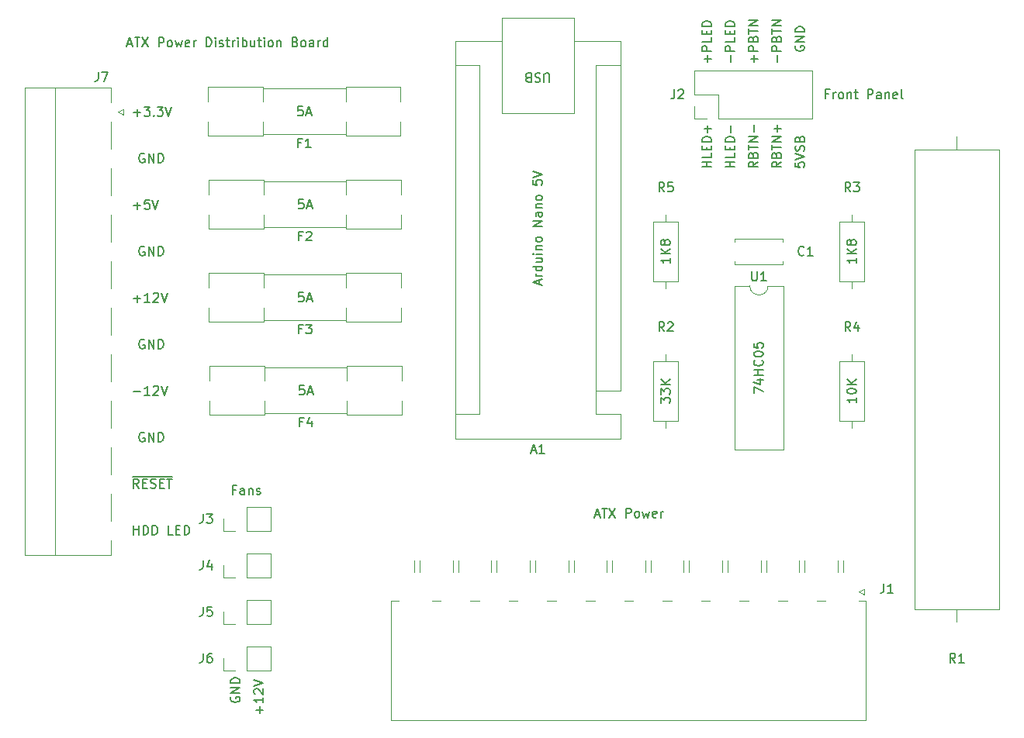
<source format=gto>
G04 #@! TF.GenerationSoftware,KiCad,Pcbnew,8.0.9-8.0.9-0~ubuntu22.04.1*
G04 #@! TF.CreationDate,2026-01-30T18:33:39+10:00*
G04 #@! TF.ProjectId,ATX-Power-Distribution-Board,4154582d-506f-4776-9572-2d4469737472,rev?*
G04 #@! TF.SameCoordinates,Original*
G04 #@! TF.FileFunction,Legend,Top*
G04 #@! TF.FilePolarity,Positive*
%FSLAX46Y46*%
G04 Gerber Fmt 4.6, Leading zero omitted, Abs format (unit mm)*
G04 Created by KiCad (PCBNEW 8.0.9-8.0.9-0~ubuntu22.04.1) date 2026-01-30 18:33:39*
%MOMM*%
%LPD*%
G01*
G04 APERTURE LIST*
%ADD10C,0.150000*%
%ADD11C,0.200000*%
%ADD12C,0.120000*%
G04 APERTURE END LIST*
D10*
X162699819Y-67767030D02*
X162699819Y-68243220D01*
X162699819Y-68243220D02*
X163176009Y-68290839D01*
X163176009Y-68290839D02*
X163128390Y-68243220D01*
X163128390Y-68243220D02*
X163080771Y-68147982D01*
X163080771Y-68147982D02*
X163080771Y-67909887D01*
X163080771Y-67909887D02*
X163128390Y-67814649D01*
X163128390Y-67814649D02*
X163176009Y-67767030D01*
X163176009Y-67767030D02*
X163271247Y-67719411D01*
X163271247Y-67719411D02*
X163509342Y-67719411D01*
X163509342Y-67719411D02*
X163604580Y-67767030D01*
X163604580Y-67767030D02*
X163652200Y-67814649D01*
X163652200Y-67814649D02*
X163699819Y-67909887D01*
X163699819Y-67909887D02*
X163699819Y-68147982D01*
X163699819Y-68147982D02*
X163652200Y-68243220D01*
X163652200Y-68243220D02*
X163604580Y-68290839D01*
X162699819Y-67433696D02*
X163699819Y-67100363D01*
X163699819Y-67100363D02*
X162699819Y-66767030D01*
X163652200Y-66481315D02*
X163699819Y-66338458D01*
X163699819Y-66338458D02*
X163699819Y-66100363D01*
X163699819Y-66100363D02*
X163652200Y-66005125D01*
X163652200Y-66005125D02*
X163604580Y-65957506D01*
X163604580Y-65957506D02*
X163509342Y-65909887D01*
X163509342Y-65909887D02*
X163414104Y-65909887D01*
X163414104Y-65909887D02*
X163318866Y-65957506D01*
X163318866Y-65957506D02*
X163271247Y-66005125D01*
X163271247Y-66005125D02*
X163223628Y-66100363D01*
X163223628Y-66100363D02*
X163176009Y-66290839D01*
X163176009Y-66290839D02*
X163128390Y-66386077D01*
X163128390Y-66386077D02*
X163080771Y-66433696D01*
X163080771Y-66433696D02*
X162985533Y-66481315D01*
X162985533Y-66481315D02*
X162890295Y-66481315D01*
X162890295Y-66481315D02*
X162795057Y-66433696D01*
X162795057Y-66433696D02*
X162747438Y-66386077D01*
X162747438Y-66386077D02*
X162699819Y-66290839D01*
X162699819Y-66290839D02*
X162699819Y-66052744D01*
X162699819Y-66052744D02*
X162747438Y-65909887D01*
X163176009Y-65147982D02*
X163223628Y-65005125D01*
X163223628Y-65005125D02*
X163271247Y-64957506D01*
X163271247Y-64957506D02*
X163366485Y-64909887D01*
X163366485Y-64909887D02*
X163509342Y-64909887D01*
X163509342Y-64909887D02*
X163604580Y-64957506D01*
X163604580Y-64957506D02*
X163652200Y-65005125D01*
X163652200Y-65005125D02*
X163699819Y-65100363D01*
X163699819Y-65100363D02*
X163699819Y-65481315D01*
X163699819Y-65481315D02*
X162699819Y-65481315D01*
X162699819Y-65481315D02*
X162699819Y-65147982D01*
X162699819Y-65147982D02*
X162747438Y-65052744D01*
X162747438Y-65052744D02*
X162795057Y-65005125D01*
X162795057Y-65005125D02*
X162890295Y-64957506D01*
X162890295Y-64957506D02*
X162985533Y-64957506D01*
X162985533Y-64957506D02*
X163080771Y-65005125D01*
X163080771Y-65005125D02*
X163128390Y-65052744D01*
X163128390Y-65052744D02*
X163176009Y-65147982D01*
X163176009Y-65147982D02*
X163176009Y-65481315D01*
X90506779Y-108399819D02*
X90506779Y-107399819D01*
X90506779Y-107876009D02*
X91078207Y-107876009D01*
X91078207Y-108399819D02*
X91078207Y-107399819D01*
X91554398Y-108399819D02*
X91554398Y-107399819D01*
X91554398Y-107399819D02*
X91792493Y-107399819D01*
X91792493Y-107399819D02*
X91935350Y-107447438D01*
X91935350Y-107447438D02*
X92030588Y-107542676D01*
X92030588Y-107542676D02*
X92078207Y-107637914D01*
X92078207Y-107637914D02*
X92125826Y-107828390D01*
X92125826Y-107828390D02*
X92125826Y-107971247D01*
X92125826Y-107971247D02*
X92078207Y-108161723D01*
X92078207Y-108161723D02*
X92030588Y-108256961D01*
X92030588Y-108256961D02*
X91935350Y-108352200D01*
X91935350Y-108352200D02*
X91792493Y-108399819D01*
X91792493Y-108399819D02*
X91554398Y-108399819D01*
X92554398Y-108399819D02*
X92554398Y-107399819D01*
X92554398Y-107399819D02*
X92792493Y-107399819D01*
X92792493Y-107399819D02*
X92935350Y-107447438D01*
X92935350Y-107447438D02*
X93030588Y-107542676D01*
X93030588Y-107542676D02*
X93078207Y-107637914D01*
X93078207Y-107637914D02*
X93125826Y-107828390D01*
X93125826Y-107828390D02*
X93125826Y-107971247D01*
X93125826Y-107971247D02*
X93078207Y-108161723D01*
X93078207Y-108161723D02*
X93030588Y-108256961D01*
X93030588Y-108256961D02*
X92935350Y-108352200D01*
X92935350Y-108352200D02*
X92792493Y-108399819D01*
X92792493Y-108399819D02*
X92554398Y-108399819D01*
X94792493Y-108399819D02*
X94316303Y-108399819D01*
X94316303Y-108399819D02*
X94316303Y-107399819D01*
X95125827Y-107876009D02*
X95459160Y-107876009D01*
X95602017Y-108399819D02*
X95125827Y-108399819D01*
X95125827Y-108399819D02*
X95125827Y-107399819D01*
X95125827Y-107399819D02*
X95602017Y-107399819D01*
X96030589Y-108399819D02*
X96030589Y-107399819D01*
X96030589Y-107399819D02*
X96268684Y-107399819D01*
X96268684Y-107399819D02*
X96411541Y-107447438D01*
X96411541Y-107447438D02*
X96506779Y-107542676D01*
X96506779Y-107542676D02*
X96554398Y-107637914D01*
X96554398Y-107637914D02*
X96602017Y-107828390D01*
X96602017Y-107828390D02*
X96602017Y-107971247D01*
X96602017Y-107971247D02*
X96554398Y-108161723D01*
X96554398Y-108161723D02*
X96506779Y-108256961D01*
X96506779Y-108256961D02*
X96411541Y-108352200D01*
X96411541Y-108352200D02*
X96268684Y-108399819D01*
X96268684Y-108399819D02*
X96030589Y-108399819D01*
X155698866Y-56813220D02*
X155698866Y-56051316D01*
X156079819Y-55575125D02*
X155079819Y-55575125D01*
X155079819Y-55575125D02*
X155079819Y-55194173D01*
X155079819Y-55194173D02*
X155127438Y-55098935D01*
X155127438Y-55098935D02*
X155175057Y-55051316D01*
X155175057Y-55051316D02*
X155270295Y-55003697D01*
X155270295Y-55003697D02*
X155413152Y-55003697D01*
X155413152Y-55003697D02*
X155508390Y-55051316D01*
X155508390Y-55051316D02*
X155556009Y-55098935D01*
X155556009Y-55098935D02*
X155603628Y-55194173D01*
X155603628Y-55194173D02*
X155603628Y-55575125D01*
X156079819Y-54098935D02*
X156079819Y-54575125D01*
X156079819Y-54575125D02*
X155079819Y-54575125D01*
X155556009Y-53765601D02*
X155556009Y-53432268D01*
X156079819Y-53289411D02*
X156079819Y-53765601D01*
X156079819Y-53765601D02*
X155079819Y-53765601D01*
X155079819Y-53765601D02*
X155079819Y-53289411D01*
X156079819Y-52860839D02*
X155079819Y-52860839D01*
X155079819Y-52860839D02*
X155079819Y-52622744D01*
X155079819Y-52622744D02*
X155127438Y-52479887D01*
X155127438Y-52479887D02*
X155222676Y-52384649D01*
X155222676Y-52384649D02*
X155317914Y-52337030D01*
X155317914Y-52337030D02*
X155508390Y-52289411D01*
X155508390Y-52289411D02*
X155651247Y-52289411D01*
X155651247Y-52289411D02*
X155841723Y-52337030D01*
X155841723Y-52337030D02*
X155936961Y-52384649D01*
X155936961Y-52384649D02*
X156032200Y-52479887D01*
X156032200Y-52479887D02*
X156079819Y-52622744D01*
X156079819Y-52622744D02*
X156079819Y-52860839D01*
X90506779Y-72458866D02*
X91268684Y-72458866D01*
X90887731Y-72839819D02*
X90887731Y-72077914D01*
X92221064Y-71839819D02*
X91744874Y-71839819D01*
X91744874Y-71839819D02*
X91697255Y-72316009D01*
X91697255Y-72316009D02*
X91744874Y-72268390D01*
X91744874Y-72268390D02*
X91840112Y-72220771D01*
X91840112Y-72220771D02*
X92078207Y-72220771D01*
X92078207Y-72220771D02*
X92173445Y-72268390D01*
X92173445Y-72268390D02*
X92221064Y-72316009D01*
X92221064Y-72316009D02*
X92268683Y-72411247D01*
X92268683Y-72411247D02*
X92268683Y-72649342D01*
X92268683Y-72649342D02*
X92221064Y-72744580D01*
X92221064Y-72744580D02*
X92173445Y-72792200D01*
X92173445Y-72792200D02*
X92078207Y-72839819D01*
X92078207Y-72839819D02*
X91840112Y-72839819D01*
X91840112Y-72839819D02*
X91744874Y-72792200D01*
X91744874Y-72792200D02*
X91697255Y-72744580D01*
X92554398Y-71839819D02*
X92887731Y-72839819D01*
X92887731Y-72839819D02*
X93221064Y-71839819D01*
X101152438Y-126139411D02*
X101104819Y-126234649D01*
X101104819Y-126234649D02*
X101104819Y-126377506D01*
X101104819Y-126377506D02*
X101152438Y-126520363D01*
X101152438Y-126520363D02*
X101247676Y-126615601D01*
X101247676Y-126615601D02*
X101342914Y-126663220D01*
X101342914Y-126663220D02*
X101533390Y-126710839D01*
X101533390Y-126710839D02*
X101676247Y-126710839D01*
X101676247Y-126710839D02*
X101866723Y-126663220D01*
X101866723Y-126663220D02*
X101961961Y-126615601D01*
X101961961Y-126615601D02*
X102057200Y-126520363D01*
X102057200Y-126520363D02*
X102104819Y-126377506D01*
X102104819Y-126377506D02*
X102104819Y-126282268D01*
X102104819Y-126282268D02*
X102057200Y-126139411D01*
X102057200Y-126139411D02*
X102009580Y-126091792D01*
X102009580Y-126091792D02*
X101676247Y-126091792D01*
X101676247Y-126091792D02*
X101676247Y-126282268D01*
X102104819Y-125663220D02*
X101104819Y-125663220D01*
X101104819Y-125663220D02*
X102104819Y-125091792D01*
X102104819Y-125091792D02*
X101104819Y-125091792D01*
X102104819Y-124615601D02*
X101104819Y-124615601D01*
X101104819Y-124615601D02*
X101104819Y-124377506D01*
X101104819Y-124377506D02*
X101152438Y-124234649D01*
X101152438Y-124234649D02*
X101247676Y-124139411D01*
X101247676Y-124139411D02*
X101342914Y-124091792D01*
X101342914Y-124091792D02*
X101533390Y-124044173D01*
X101533390Y-124044173D02*
X101676247Y-124044173D01*
X101676247Y-124044173D02*
X101866723Y-124091792D01*
X101866723Y-124091792D02*
X101961961Y-124139411D01*
X101961961Y-124139411D02*
X102057200Y-124234649D01*
X102057200Y-124234649D02*
X102104819Y-124377506D01*
X102104819Y-124377506D02*
X102104819Y-124615601D01*
X90506779Y-82618866D02*
X91268684Y-82618866D01*
X90887731Y-82999819D02*
X90887731Y-82237914D01*
X92268683Y-82999819D02*
X91697255Y-82999819D01*
X91982969Y-82999819D02*
X91982969Y-81999819D01*
X91982969Y-81999819D02*
X91887731Y-82142676D01*
X91887731Y-82142676D02*
X91792493Y-82237914D01*
X91792493Y-82237914D02*
X91697255Y-82285533D01*
X92649636Y-82095057D02*
X92697255Y-82047438D01*
X92697255Y-82047438D02*
X92792493Y-81999819D01*
X92792493Y-81999819D02*
X93030588Y-81999819D01*
X93030588Y-81999819D02*
X93125826Y-82047438D01*
X93125826Y-82047438D02*
X93173445Y-82095057D01*
X93173445Y-82095057D02*
X93221064Y-82190295D01*
X93221064Y-82190295D02*
X93221064Y-82285533D01*
X93221064Y-82285533D02*
X93173445Y-82428390D01*
X93173445Y-82428390D02*
X92602017Y-82999819D01*
X92602017Y-82999819D02*
X93221064Y-82999819D01*
X93506779Y-81999819D02*
X93840112Y-82999819D01*
X93840112Y-82999819D02*
X94173445Y-81999819D01*
X90506779Y-62298866D02*
X91268684Y-62298866D01*
X90887731Y-62679819D02*
X90887731Y-61917914D01*
X91649636Y-61679819D02*
X92268683Y-61679819D01*
X92268683Y-61679819D02*
X91935350Y-62060771D01*
X91935350Y-62060771D02*
X92078207Y-62060771D01*
X92078207Y-62060771D02*
X92173445Y-62108390D01*
X92173445Y-62108390D02*
X92221064Y-62156009D01*
X92221064Y-62156009D02*
X92268683Y-62251247D01*
X92268683Y-62251247D02*
X92268683Y-62489342D01*
X92268683Y-62489342D02*
X92221064Y-62584580D01*
X92221064Y-62584580D02*
X92173445Y-62632200D01*
X92173445Y-62632200D02*
X92078207Y-62679819D01*
X92078207Y-62679819D02*
X91792493Y-62679819D01*
X91792493Y-62679819D02*
X91697255Y-62632200D01*
X91697255Y-62632200D02*
X91649636Y-62584580D01*
X92697255Y-62584580D02*
X92744874Y-62632200D01*
X92744874Y-62632200D02*
X92697255Y-62679819D01*
X92697255Y-62679819D02*
X92649636Y-62632200D01*
X92649636Y-62632200D02*
X92697255Y-62584580D01*
X92697255Y-62584580D02*
X92697255Y-62679819D01*
X93078207Y-61679819D02*
X93697254Y-61679819D01*
X93697254Y-61679819D02*
X93363921Y-62060771D01*
X93363921Y-62060771D02*
X93506778Y-62060771D01*
X93506778Y-62060771D02*
X93602016Y-62108390D01*
X93602016Y-62108390D02*
X93649635Y-62156009D01*
X93649635Y-62156009D02*
X93697254Y-62251247D01*
X93697254Y-62251247D02*
X93697254Y-62489342D01*
X93697254Y-62489342D02*
X93649635Y-62584580D01*
X93649635Y-62584580D02*
X93602016Y-62632200D01*
X93602016Y-62632200D02*
X93506778Y-62679819D01*
X93506778Y-62679819D02*
X93221064Y-62679819D01*
X93221064Y-62679819D02*
X93125826Y-62632200D01*
X93125826Y-62632200D02*
X93078207Y-62584580D01*
X93982969Y-61679819D02*
X94316302Y-62679819D01*
X94316302Y-62679819D02*
X94649635Y-61679819D01*
X91665588Y-87127438D02*
X91570350Y-87079819D01*
X91570350Y-87079819D02*
X91427493Y-87079819D01*
X91427493Y-87079819D02*
X91284636Y-87127438D01*
X91284636Y-87127438D02*
X91189398Y-87222676D01*
X91189398Y-87222676D02*
X91141779Y-87317914D01*
X91141779Y-87317914D02*
X91094160Y-87508390D01*
X91094160Y-87508390D02*
X91094160Y-87651247D01*
X91094160Y-87651247D02*
X91141779Y-87841723D01*
X91141779Y-87841723D02*
X91189398Y-87936961D01*
X91189398Y-87936961D02*
X91284636Y-88032200D01*
X91284636Y-88032200D02*
X91427493Y-88079819D01*
X91427493Y-88079819D02*
X91522731Y-88079819D01*
X91522731Y-88079819D02*
X91665588Y-88032200D01*
X91665588Y-88032200D02*
X91713207Y-87984580D01*
X91713207Y-87984580D02*
X91713207Y-87651247D01*
X91713207Y-87651247D02*
X91522731Y-87651247D01*
X92141779Y-88079819D02*
X92141779Y-87079819D01*
X92141779Y-87079819D02*
X92713207Y-88079819D01*
X92713207Y-88079819D02*
X92713207Y-87079819D01*
X93189398Y-88079819D02*
X93189398Y-87079819D01*
X93189398Y-87079819D02*
X93427493Y-87079819D01*
X93427493Y-87079819D02*
X93570350Y-87127438D01*
X93570350Y-87127438D02*
X93665588Y-87222676D01*
X93665588Y-87222676D02*
X93713207Y-87317914D01*
X93713207Y-87317914D02*
X93760826Y-87508390D01*
X93760826Y-87508390D02*
X93760826Y-87651247D01*
X93760826Y-87651247D02*
X93713207Y-87841723D01*
X93713207Y-87841723D02*
X93665588Y-87936961D01*
X93665588Y-87936961D02*
X93570350Y-88032200D01*
X93570350Y-88032200D02*
X93427493Y-88079819D01*
X93427493Y-88079819D02*
X93189398Y-88079819D01*
X90506779Y-92778866D02*
X91268684Y-92778866D01*
X92268683Y-93159819D02*
X91697255Y-93159819D01*
X91982969Y-93159819D02*
X91982969Y-92159819D01*
X91982969Y-92159819D02*
X91887731Y-92302676D01*
X91887731Y-92302676D02*
X91792493Y-92397914D01*
X91792493Y-92397914D02*
X91697255Y-92445533D01*
X92649636Y-92255057D02*
X92697255Y-92207438D01*
X92697255Y-92207438D02*
X92792493Y-92159819D01*
X92792493Y-92159819D02*
X93030588Y-92159819D01*
X93030588Y-92159819D02*
X93125826Y-92207438D01*
X93125826Y-92207438D02*
X93173445Y-92255057D01*
X93173445Y-92255057D02*
X93221064Y-92350295D01*
X93221064Y-92350295D02*
X93221064Y-92445533D01*
X93221064Y-92445533D02*
X93173445Y-92588390D01*
X93173445Y-92588390D02*
X92602017Y-93159819D01*
X92602017Y-93159819D02*
X93221064Y-93159819D01*
X93506779Y-92159819D02*
X93840112Y-93159819D01*
X93840112Y-93159819D02*
X94173445Y-92159819D01*
X161159819Y-67671792D02*
X160683628Y-68005125D01*
X161159819Y-68243220D02*
X160159819Y-68243220D01*
X160159819Y-68243220D02*
X160159819Y-67862268D01*
X160159819Y-67862268D02*
X160207438Y-67767030D01*
X160207438Y-67767030D02*
X160255057Y-67719411D01*
X160255057Y-67719411D02*
X160350295Y-67671792D01*
X160350295Y-67671792D02*
X160493152Y-67671792D01*
X160493152Y-67671792D02*
X160588390Y-67719411D01*
X160588390Y-67719411D02*
X160636009Y-67767030D01*
X160636009Y-67767030D02*
X160683628Y-67862268D01*
X160683628Y-67862268D02*
X160683628Y-68243220D01*
X160636009Y-66909887D02*
X160683628Y-66767030D01*
X160683628Y-66767030D02*
X160731247Y-66719411D01*
X160731247Y-66719411D02*
X160826485Y-66671792D01*
X160826485Y-66671792D02*
X160969342Y-66671792D01*
X160969342Y-66671792D02*
X161064580Y-66719411D01*
X161064580Y-66719411D02*
X161112200Y-66767030D01*
X161112200Y-66767030D02*
X161159819Y-66862268D01*
X161159819Y-66862268D02*
X161159819Y-67243220D01*
X161159819Y-67243220D02*
X160159819Y-67243220D01*
X160159819Y-67243220D02*
X160159819Y-66909887D01*
X160159819Y-66909887D02*
X160207438Y-66814649D01*
X160207438Y-66814649D02*
X160255057Y-66767030D01*
X160255057Y-66767030D02*
X160350295Y-66719411D01*
X160350295Y-66719411D02*
X160445533Y-66719411D01*
X160445533Y-66719411D02*
X160540771Y-66767030D01*
X160540771Y-66767030D02*
X160588390Y-66814649D01*
X160588390Y-66814649D02*
X160636009Y-66909887D01*
X160636009Y-66909887D02*
X160636009Y-67243220D01*
X160159819Y-66386077D02*
X160159819Y-65814649D01*
X161159819Y-66100363D02*
X160159819Y-66100363D01*
X161159819Y-65481315D02*
X160159819Y-65481315D01*
X160159819Y-65481315D02*
X161159819Y-64909887D01*
X161159819Y-64909887D02*
X160159819Y-64909887D01*
X160778866Y-64433696D02*
X160778866Y-63671792D01*
X161159819Y-64052744D02*
X160397914Y-64052744D01*
X91078207Y-103319819D02*
X90744874Y-102843628D01*
X90506779Y-103319819D02*
X90506779Y-102319819D01*
X90506779Y-102319819D02*
X90887731Y-102319819D01*
X90887731Y-102319819D02*
X90982969Y-102367438D01*
X90982969Y-102367438D02*
X91030588Y-102415057D01*
X91030588Y-102415057D02*
X91078207Y-102510295D01*
X91078207Y-102510295D02*
X91078207Y-102653152D01*
X91078207Y-102653152D02*
X91030588Y-102748390D01*
X91030588Y-102748390D02*
X90982969Y-102796009D01*
X90982969Y-102796009D02*
X90887731Y-102843628D01*
X90887731Y-102843628D02*
X90506779Y-102843628D01*
X91506779Y-102796009D02*
X91840112Y-102796009D01*
X91982969Y-103319819D02*
X91506779Y-103319819D01*
X91506779Y-103319819D02*
X91506779Y-102319819D01*
X91506779Y-102319819D02*
X91982969Y-102319819D01*
X92363922Y-103272200D02*
X92506779Y-103319819D01*
X92506779Y-103319819D02*
X92744874Y-103319819D01*
X92744874Y-103319819D02*
X92840112Y-103272200D01*
X92840112Y-103272200D02*
X92887731Y-103224580D01*
X92887731Y-103224580D02*
X92935350Y-103129342D01*
X92935350Y-103129342D02*
X92935350Y-103034104D01*
X92935350Y-103034104D02*
X92887731Y-102938866D01*
X92887731Y-102938866D02*
X92840112Y-102891247D01*
X92840112Y-102891247D02*
X92744874Y-102843628D01*
X92744874Y-102843628D02*
X92554398Y-102796009D01*
X92554398Y-102796009D02*
X92459160Y-102748390D01*
X92459160Y-102748390D02*
X92411541Y-102700771D01*
X92411541Y-102700771D02*
X92363922Y-102605533D01*
X92363922Y-102605533D02*
X92363922Y-102510295D01*
X92363922Y-102510295D02*
X92411541Y-102415057D01*
X92411541Y-102415057D02*
X92459160Y-102367438D01*
X92459160Y-102367438D02*
X92554398Y-102319819D01*
X92554398Y-102319819D02*
X92792493Y-102319819D01*
X92792493Y-102319819D02*
X92935350Y-102367438D01*
X93363922Y-102796009D02*
X93697255Y-102796009D01*
X93840112Y-103319819D02*
X93363922Y-103319819D01*
X93363922Y-103319819D02*
X93363922Y-102319819D01*
X93363922Y-102319819D02*
X93840112Y-102319819D01*
X94125827Y-102319819D02*
X94697255Y-102319819D01*
X94411541Y-103319819D02*
X94411541Y-102319819D01*
X90368684Y-102042200D02*
X94692494Y-102042200D01*
X153158866Y-56813220D02*
X153158866Y-56051316D01*
X153539819Y-56432268D02*
X152777914Y-56432268D01*
X153539819Y-55575125D02*
X152539819Y-55575125D01*
X152539819Y-55575125D02*
X152539819Y-55194173D01*
X152539819Y-55194173D02*
X152587438Y-55098935D01*
X152587438Y-55098935D02*
X152635057Y-55051316D01*
X152635057Y-55051316D02*
X152730295Y-55003697D01*
X152730295Y-55003697D02*
X152873152Y-55003697D01*
X152873152Y-55003697D02*
X152968390Y-55051316D01*
X152968390Y-55051316D02*
X153016009Y-55098935D01*
X153016009Y-55098935D02*
X153063628Y-55194173D01*
X153063628Y-55194173D02*
X153063628Y-55575125D01*
X153539819Y-54098935D02*
X153539819Y-54575125D01*
X153539819Y-54575125D02*
X152539819Y-54575125D01*
X153016009Y-53765601D02*
X153016009Y-53432268D01*
X153539819Y-53289411D02*
X153539819Y-53765601D01*
X153539819Y-53765601D02*
X152539819Y-53765601D01*
X152539819Y-53765601D02*
X152539819Y-53289411D01*
X153539819Y-52860839D02*
X152539819Y-52860839D01*
X152539819Y-52860839D02*
X152539819Y-52622744D01*
X152539819Y-52622744D02*
X152587438Y-52479887D01*
X152587438Y-52479887D02*
X152682676Y-52384649D01*
X152682676Y-52384649D02*
X152777914Y-52337030D01*
X152777914Y-52337030D02*
X152968390Y-52289411D01*
X152968390Y-52289411D02*
X153111247Y-52289411D01*
X153111247Y-52289411D02*
X153301723Y-52337030D01*
X153301723Y-52337030D02*
X153396961Y-52384649D01*
X153396961Y-52384649D02*
X153492200Y-52479887D01*
X153492200Y-52479887D02*
X153539819Y-52622744D01*
X153539819Y-52622744D02*
X153539819Y-52860839D01*
X160778866Y-56813220D02*
X160778866Y-56051316D01*
X161159819Y-55575125D02*
X160159819Y-55575125D01*
X160159819Y-55575125D02*
X160159819Y-55194173D01*
X160159819Y-55194173D02*
X160207438Y-55098935D01*
X160207438Y-55098935D02*
X160255057Y-55051316D01*
X160255057Y-55051316D02*
X160350295Y-55003697D01*
X160350295Y-55003697D02*
X160493152Y-55003697D01*
X160493152Y-55003697D02*
X160588390Y-55051316D01*
X160588390Y-55051316D02*
X160636009Y-55098935D01*
X160636009Y-55098935D02*
X160683628Y-55194173D01*
X160683628Y-55194173D02*
X160683628Y-55575125D01*
X160636009Y-54241792D02*
X160683628Y-54098935D01*
X160683628Y-54098935D02*
X160731247Y-54051316D01*
X160731247Y-54051316D02*
X160826485Y-54003697D01*
X160826485Y-54003697D02*
X160969342Y-54003697D01*
X160969342Y-54003697D02*
X161064580Y-54051316D01*
X161064580Y-54051316D02*
X161112200Y-54098935D01*
X161112200Y-54098935D02*
X161159819Y-54194173D01*
X161159819Y-54194173D02*
X161159819Y-54575125D01*
X161159819Y-54575125D02*
X160159819Y-54575125D01*
X160159819Y-54575125D02*
X160159819Y-54241792D01*
X160159819Y-54241792D02*
X160207438Y-54146554D01*
X160207438Y-54146554D02*
X160255057Y-54098935D01*
X160255057Y-54098935D02*
X160350295Y-54051316D01*
X160350295Y-54051316D02*
X160445533Y-54051316D01*
X160445533Y-54051316D02*
X160540771Y-54098935D01*
X160540771Y-54098935D02*
X160588390Y-54146554D01*
X160588390Y-54146554D02*
X160636009Y-54241792D01*
X160636009Y-54241792D02*
X160636009Y-54575125D01*
X160159819Y-53717982D02*
X160159819Y-53146554D01*
X161159819Y-53432268D02*
X160159819Y-53432268D01*
X161159819Y-52813220D02*
X160159819Y-52813220D01*
X160159819Y-52813220D02*
X161159819Y-52241792D01*
X161159819Y-52241792D02*
X160159819Y-52241792D01*
X101635112Y-103486009D02*
X101301779Y-103486009D01*
X101301779Y-104009819D02*
X101301779Y-103009819D01*
X101301779Y-103009819D02*
X101777969Y-103009819D01*
X102587493Y-104009819D02*
X102587493Y-103486009D01*
X102587493Y-103486009D02*
X102539874Y-103390771D01*
X102539874Y-103390771D02*
X102444636Y-103343152D01*
X102444636Y-103343152D02*
X102254160Y-103343152D01*
X102254160Y-103343152D02*
X102158922Y-103390771D01*
X102587493Y-103962200D02*
X102492255Y-104009819D01*
X102492255Y-104009819D02*
X102254160Y-104009819D01*
X102254160Y-104009819D02*
X102158922Y-103962200D01*
X102158922Y-103962200D02*
X102111303Y-103866961D01*
X102111303Y-103866961D02*
X102111303Y-103771723D01*
X102111303Y-103771723D02*
X102158922Y-103676485D01*
X102158922Y-103676485D02*
X102254160Y-103628866D01*
X102254160Y-103628866D02*
X102492255Y-103628866D01*
X102492255Y-103628866D02*
X102587493Y-103581247D01*
X103063684Y-103343152D02*
X103063684Y-104009819D01*
X103063684Y-103438390D02*
X103111303Y-103390771D01*
X103111303Y-103390771D02*
X103206541Y-103343152D01*
X103206541Y-103343152D02*
X103349398Y-103343152D01*
X103349398Y-103343152D02*
X103444636Y-103390771D01*
X103444636Y-103390771D02*
X103492255Y-103486009D01*
X103492255Y-103486009D02*
X103492255Y-104009819D01*
X103920827Y-103962200D02*
X104016065Y-104009819D01*
X104016065Y-104009819D02*
X104206541Y-104009819D01*
X104206541Y-104009819D02*
X104301779Y-103962200D01*
X104301779Y-103962200D02*
X104349398Y-103866961D01*
X104349398Y-103866961D02*
X104349398Y-103819342D01*
X104349398Y-103819342D02*
X104301779Y-103724104D01*
X104301779Y-103724104D02*
X104206541Y-103676485D01*
X104206541Y-103676485D02*
X104063684Y-103676485D01*
X104063684Y-103676485D02*
X103968446Y-103628866D01*
X103968446Y-103628866D02*
X103920827Y-103533628D01*
X103920827Y-103533628D02*
X103920827Y-103486009D01*
X103920827Y-103486009D02*
X103968446Y-103390771D01*
X103968446Y-103390771D02*
X104063684Y-103343152D01*
X104063684Y-103343152D02*
X104206541Y-103343152D01*
X104206541Y-103343152D02*
X104301779Y-103390771D01*
X91665588Y-66807438D02*
X91570350Y-66759819D01*
X91570350Y-66759819D02*
X91427493Y-66759819D01*
X91427493Y-66759819D02*
X91284636Y-66807438D01*
X91284636Y-66807438D02*
X91189398Y-66902676D01*
X91189398Y-66902676D02*
X91141779Y-66997914D01*
X91141779Y-66997914D02*
X91094160Y-67188390D01*
X91094160Y-67188390D02*
X91094160Y-67331247D01*
X91094160Y-67331247D02*
X91141779Y-67521723D01*
X91141779Y-67521723D02*
X91189398Y-67616961D01*
X91189398Y-67616961D02*
X91284636Y-67712200D01*
X91284636Y-67712200D02*
X91427493Y-67759819D01*
X91427493Y-67759819D02*
X91522731Y-67759819D01*
X91522731Y-67759819D02*
X91665588Y-67712200D01*
X91665588Y-67712200D02*
X91713207Y-67664580D01*
X91713207Y-67664580D02*
X91713207Y-67331247D01*
X91713207Y-67331247D02*
X91522731Y-67331247D01*
X92141779Y-67759819D02*
X92141779Y-66759819D01*
X92141779Y-66759819D02*
X92713207Y-67759819D01*
X92713207Y-67759819D02*
X92713207Y-66759819D01*
X93189398Y-67759819D02*
X93189398Y-66759819D01*
X93189398Y-66759819D02*
X93427493Y-66759819D01*
X93427493Y-66759819D02*
X93570350Y-66807438D01*
X93570350Y-66807438D02*
X93665588Y-66902676D01*
X93665588Y-66902676D02*
X93713207Y-66997914D01*
X93713207Y-66997914D02*
X93760826Y-67188390D01*
X93760826Y-67188390D02*
X93760826Y-67331247D01*
X93760826Y-67331247D02*
X93713207Y-67521723D01*
X93713207Y-67521723D02*
X93665588Y-67616961D01*
X93665588Y-67616961D02*
X93570350Y-67712200D01*
X93570350Y-67712200D02*
X93427493Y-67759819D01*
X93427493Y-67759819D02*
X93189398Y-67759819D01*
X104263866Y-127933220D02*
X104263866Y-127171316D01*
X104644819Y-127552268D02*
X103882914Y-127552268D01*
X104644819Y-126171316D02*
X104644819Y-126742744D01*
X104644819Y-126457030D02*
X103644819Y-126457030D01*
X103644819Y-126457030D02*
X103787676Y-126552268D01*
X103787676Y-126552268D02*
X103882914Y-126647506D01*
X103882914Y-126647506D02*
X103930533Y-126742744D01*
X103740057Y-125790363D02*
X103692438Y-125742744D01*
X103692438Y-125742744D02*
X103644819Y-125647506D01*
X103644819Y-125647506D02*
X103644819Y-125409411D01*
X103644819Y-125409411D02*
X103692438Y-125314173D01*
X103692438Y-125314173D02*
X103740057Y-125266554D01*
X103740057Y-125266554D02*
X103835295Y-125218935D01*
X103835295Y-125218935D02*
X103930533Y-125218935D01*
X103930533Y-125218935D02*
X104073390Y-125266554D01*
X104073390Y-125266554D02*
X104644819Y-125837982D01*
X104644819Y-125837982D02*
X104644819Y-125218935D01*
X103644819Y-124933220D02*
X104644819Y-124599887D01*
X104644819Y-124599887D02*
X103644819Y-124266554D01*
X156079819Y-68243220D02*
X155079819Y-68243220D01*
X155556009Y-68243220D02*
X155556009Y-67671792D01*
X156079819Y-67671792D02*
X155079819Y-67671792D01*
X156079819Y-66719411D02*
X156079819Y-67195601D01*
X156079819Y-67195601D02*
X155079819Y-67195601D01*
X155556009Y-66386077D02*
X155556009Y-66052744D01*
X156079819Y-65909887D02*
X156079819Y-66386077D01*
X156079819Y-66386077D02*
X155079819Y-66386077D01*
X155079819Y-66386077D02*
X155079819Y-65909887D01*
X156079819Y-65481315D02*
X155079819Y-65481315D01*
X155079819Y-65481315D02*
X155079819Y-65243220D01*
X155079819Y-65243220D02*
X155127438Y-65100363D01*
X155127438Y-65100363D02*
X155222676Y-65005125D01*
X155222676Y-65005125D02*
X155317914Y-64957506D01*
X155317914Y-64957506D02*
X155508390Y-64909887D01*
X155508390Y-64909887D02*
X155651247Y-64909887D01*
X155651247Y-64909887D02*
X155841723Y-64957506D01*
X155841723Y-64957506D02*
X155936961Y-65005125D01*
X155936961Y-65005125D02*
X156032200Y-65100363D01*
X156032200Y-65100363D02*
X156079819Y-65243220D01*
X156079819Y-65243220D02*
X156079819Y-65481315D01*
X155698866Y-64481315D02*
X155698866Y-63719411D01*
X91665588Y-97287438D02*
X91570350Y-97239819D01*
X91570350Y-97239819D02*
X91427493Y-97239819D01*
X91427493Y-97239819D02*
X91284636Y-97287438D01*
X91284636Y-97287438D02*
X91189398Y-97382676D01*
X91189398Y-97382676D02*
X91141779Y-97477914D01*
X91141779Y-97477914D02*
X91094160Y-97668390D01*
X91094160Y-97668390D02*
X91094160Y-97811247D01*
X91094160Y-97811247D02*
X91141779Y-98001723D01*
X91141779Y-98001723D02*
X91189398Y-98096961D01*
X91189398Y-98096961D02*
X91284636Y-98192200D01*
X91284636Y-98192200D02*
X91427493Y-98239819D01*
X91427493Y-98239819D02*
X91522731Y-98239819D01*
X91522731Y-98239819D02*
X91665588Y-98192200D01*
X91665588Y-98192200D02*
X91713207Y-98144580D01*
X91713207Y-98144580D02*
X91713207Y-97811247D01*
X91713207Y-97811247D02*
X91522731Y-97811247D01*
X92141779Y-98239819D02*
X92141779Y-97239819D01*
X92141779Y-97239819D02*
X92713207Y-98239819D01*
X92713207Y-98239819D02*
X92713207Y-97239819D01*
X93189398Y-98239819D02*
X93189398Y-97239819D01*
X93189398Y-97239819D02*
X93427493Y-97239819D01*
X93427493Y-97239819D02*
X93570350Y-97287438D01*
X93570350Y-97287438D02*
X93665588Y-97382676D01*
X93665588Y-97382676D02*
X93713207Y-97477914D01*
X93713207Y-97477914D02*
X93760826Y-97668390D01*
X93760826Y-97668390D02*
X93760826Y-97811247D01*
X93760826Y-97811247D02*
X93713207Y-98001723D01*
X93713207Y-98001723D02*
X93665588Y-98096961D01*
X93665588Y-98096961D02*
X93570350Y-98192200D01*
X93570350Y-98192200D02*
X93427493Y-98239819D01*
X93427493Y-98239819D02*
X93189398Y-98239819D01*
X162747438Y-55019411D02*
X162699819Y-55114649D01*
X162699819Y-55114649D02*
X162699819Y-55257506D01*
X162699819Y-55257506D02*
X162747438Y-55400363D01*
X162747438Y-55400363D02*
X162842676Y-55495601D01*
X162842676Y-55495601D02*
X162937914Y-55543220D01*
X162937914Y-55543220D02*
X163128390Y-55590839D01*
X163128390Y-55590839D02*
X163271247Y-55590839D01*
X163271247Y-55590839D02*
X163461723Y-55543220D01*
X163461723Y-55543220D02*
X163556961Y-55495601D01*
X163556961Y-55495601D02*
X163652200Y-55400363D01*
X163652200Y-55400363D02*
X163699819Y-55257506D01*
X163699819Y-55257506D02*
X163699819Y-55162268D01*
X163699819Y-55162268D02*
X163652200Y-55019411D01*
X163652200Y-55019411D02*
X163604580Y-54971792D01*
X163604580Y-54971792D02*
X163271247Y-54971792D01*
X163271247Y-54971792D02*
X163271247Y-55162268D01*
X163699819Y-54543220D02*
X162699819Y-54543220D01*
X162699819Y-54543220D02*
X163699819Y-53971792D01*
X163699819Y-53971792D02*
X162699819Y-53971792D01*
X163699819Y-53495601D02*
X162699819Y-53495601D01*
X162699819Y-53495601D02*
X162699819Y-53257506D01*
X162699819Y-53257506D02*
X162747438Y-53114649D01*
X162747438Y-53114649D02*
X162842676Y-53019411D01*
X162842676Y-53019411D02*
X162937914Y-52971792D01*
X162937914Y-52971792D02*
X163128390Y-52924173D01*
X163128390Y-52924173D02*
X163271247Y-52924173D01*
X163271247Y-52924173D02*
X163461723Y-52971792D01*
X163461723Y-52971792D02*
X163556961Y-53019411D01*
X163556961Y-53019411D02*
X163652200Y-53114649D01*
X163652200Y-53114649D02*
X163699819Y-53257506D01*
X163699819Y-53257506D02*
X163699819Y-53495601D01*
X153539819Y-68243220D02*
X152539819Y-68243220D01*
X153016009Y-68243220D02*
X153016009Y-67671792D01*
X153539819Y-67671792D02*
X152539819Y-67671792D01*
X153539819Y-66719411D02*
X153539819Y-67195601D01*
X153539819Y-67195601D02*
X152539819Y-67195601D01*
X153016009Y-66386077D02*
X153016009Y-66052744D01*
X153539819Y-65909887D02*
X153539819Y-66386077D01*
X153539819Y-66386077D02*
X152539819Y-66386077D01*
X152539819Y-66386077D02*
X152539819Y-65909887D01*
X153539819Y-65481315D02*
X152539819Y-65481315D01*
X152539819Y-65481315D02*
X152539819Y-65243220D01*
X152539819Y-65243220D02*
X152587438Y-65100363D01*
X152587438Y-65100363D02*
X152682676Y-65005125D01*
X152682676Y-65005125D02*
X152777914Y-64957506D01*
X152777914Y-64957506D02*
X152968390Y-64909887D01*
X152968390Y-64909887D02*
X153111247Y-64909887D01*
X153111247Y-64909887D02*
X153301723Y-64957506D01*
X153301723Y-64957506D02*
X153396961Y-65005125D01*
X153396961Y-65005125D02*
X153492200Y-65100363D01*
X153492200Y-65100363D02*
X153539819Y-65243220D01*
X153539819Y-65243220D02*
X153539819Y-65481315D01*
X153158866Y-64481315D02*
X153158866Y-63719411D01*
X153539819Y-64100363D02*
X152777914Y-64100363D01*
D11*
X89857054Y-54826504D02*
X90333244Y-54826504D01*
X89761816Y-55112219D02*
X90095149Y-54112219D01*
X90095149Y-54112219D02*
X90428482Y-55112219D01*
X90618959Y-54112219D02*
X91190387Y-54112219D01*
X90904673Y-55112219D02*
X90904673Y-54112219D01*
X91428483Y-54112219D02*
X92095149Y-55112219D01*
X92095149Y-54112219D02*
X91428483Y-55112219D01*
X93238007Y-55112219D02*
X93238007Y-54112219D01*
X93238007Y-54112219D02*
X93618959Y-54112219D01*
X93618959Y-54112219D02*
X93714197Y-54159838D01*
X93714197Y-54159838D02*
X93761816Y-54207457D01*
X93761816Y-54207457D02*
X93809435Y-54302695D01*
X93809435Y-54302695D02*
X93809435Y-54445552D01*
X93809435Y-54445552D02*
X93761816Y-54540790D01*
X93761816Y-54540790D02*
X93714197Y-54588409D01*
X93714197Y-54588409D02*
X93618959Y-54636028D01*
X93618959Y-54636028D02*
X93238007Y-54636028D01*
X94380864Y-55112219D02*
X94285626Y-55064600D01*
X94285626Y-55064600D02*
X94238007Y-55016980D01*
X94238007Y-55016980D02*
X94190388Y-54921742D01*
X94190388Y-54921742D02*
X94190388Y-54636028D01*
X94190388Y-54636028D02*
X94238007Y-54540790D01*
X94238007Y-54540790D02*
X94285626Y-54493171D01*
X94285626Y-54493171D02*
X94380864Y-54445552D01*
X94380864Y-54445552D02*
X94523721Y-54445552D01*
X94523721Y-54445552D02*
X94618959Y-54493171D01*
X94618959Y-54493171D02*
X94666578Y-54540790D01*
X94666578Y-54540790D02*
X94714197Y-54636028D01*
X94714197Y-54636028D02*
X94714197Y-54921742D01*
X94714197Y-54921742D02*
X94666578Y-55016980D01*
X94666578Y-55016980D02*
X94618959Y-55064600D01*
X94618959Y-55064600D02*
X94523721Y-55112219D01*
X94523721Y-55112219D02*
X94380864Y-55112219D01*
X95047531Y-54445552D02*
X95238007Y-55112219D01*
X95238007Y-55112219D02*
X95428483Y-54636028D01*
X95428483Y-54636028D02*
X95618959Y-55112219D01*
X95618959Y-55112219D02*
X95809435Y-54445552D01*
X96571340Y-55064600D02*
X96476102Y-55112219D01*
X96476102Y-55112219D02*
X96285626Y-55112219D01*
X96285626Y-55112219D02*
X96190388Y-55064600D01*
X96190388Y-55064600D02*
X96142769Y-54969361D01*
X96142769Y-54969361D02*
X96142769Y-54588409D01*
X96142769Y-54588409D02*
X96190388Y-54493171D01*
X96190388Y-54493171D02*
X96285626Y-54445552D01*
X96285626Y-54445552D02*
X96476102Y-54445552D01*
X96476102Y-54445552D02*
X96571340Y-54493171D01*
X96571340Y-54493171D02*
X96618959Y-54588409D01*
X96618959Y-54588409D02*
X96618959Y-54683647D01*
X96618959Y-54683647D02*
X96142769Y-54778885D01*
X97047531Y-55112219D02*
X97047531Y-54445552D01*
X97047531Y-54636028D02*
X97095150Y-54540790D01*
X97095150Y-54540790D02*
X97142769Y-54493171D01*
X97142769Y-54493171D02*
X97238007Y-54445552D01*
X97238007Y-54445552D02*
X97333245Y-54445552D01*
X98428484Y-55112219D02*
X98428484Y-54112219D01*
X98428484Y-54112219D02*
X98666579Y-54112219D01*
X98666579Y-54112219D02*
X98809436Y-54159838D01*
X98809436Y-54159838D02*
X98904674Y-54255076D01*
X98904674Y-54255076D02*
X98952293Y-54350314D01*
X98952293Y-54350314D02*
X98999912Y-54540790D01*
X98999912Y-54540790D02*
X98999912Y-54683647D01*
X98999912Y-54683647D02*
X98952293Y-54874123D01*
X98952293Y-54874123D02*
X98904674Y-54969361D01*
X98904674Y-54969361D02*
X98809436Y-55064600D01*
X98809436Y-55064600D02*
X98666579Y-55112219D01*
X98666579Y-55112219D02*
X98428484Y-55112219D01*
X99428484Y-55112219D02*
X99428484Y-54445552D01*
X99428484Y-54112219D02*
X99380865Y-54159838D01*
X99380865Y-54159838D02*
X99428484Y-54207457D01*
X99428484Y-54207457D02*
X99476103Y-54159838D01*
X99476103Y-54159838D02*
X99428484Y-54112219D01*
X99428484Y-54112219D02*
X99428484Y-54207457D01*
X99857055Y-55064600D02*
X99952293Y-55112219D01*
X99952293Y-55112219D02*
X100142769Y-55112219D01*
X100142769Y-55112219D02*
X100238007Y-55064600D01*
X100238007Y-55064600D02*
X100285626Y-54969361D01*
X100285626Y-54969361D02*
X100285626Y-54921742D01*
X100285626Y-54921742D02*
X100238007Y-54826504D01*
X100238007Y-54826504D02*
X100142769Y-54778885D01*
X100142769Y-54778885D02*
X99999912Y-54778885D01*
X99999912Y-54778885D02*
X99904674Y-54731266D01*
X99904674Y-54731266D02*
X99857055Y-54636028D01*
X99857055Y-54636028D02*
X99857055Y-54588409D01*
X99857055Y-54588409D02*
X99904674Y-54493171D01*
X99904674Y-54493171D02*
X99999912Y-54445552D01*
X99999912Y-54445552D02*
X100142769Y-54445552D01*
X100142769Y-54445552D02*
X100238007Y-54493171D01*
X100571341Y-54445552D02*
X100952293Y-54445552D01*
X100714198Y-54112219D02*
X100714198Y-54969361D01*
X100714198Y-54969361D02*
X100761817Y-55064600D01*
X100761817Y-55064600D02*
X100857055Y-55112219D01*
X100857055Y-55112219D02*
X100952293Y-55112219D01*
X101285627Y-55112219D02*
X101285627Y-54445552D01*
X101285627Y-54636028D02*
X101333246Y-54540790D01*
X101333246Y-54540790D02*
X101380865Y-54493171D01*
X101380865Y-54493171D02*
X101476103Y-54445552D01*
X101476103Y-54445552D02*
X101571341Y-54445552D01*
X101904675Y-55112219D02*
X101904675Y-54445552D01*
X101904675Y-54112219D02*
X101857056Y-54159838D01*
X101857056Y-54159838D02*
X101904675Y-54207457D01*
X101904675Y-54207457D02*
X101952294Y-54159838D01*
X101952294Y-54159838D02*
X101904675Y-54112219D01*
X101904675Y-54112219D02*
X101904675Y-54207457D01*
X102380865Y-55112219D02*
X102380865Y-54112219D01*
X102380865Y-54493171D02*
X102476103Y-54445552D01*
X102476103Y-54445552D02*
X102666579Y-54445552D01*
X102666579Y-54445552D02*
X102761817Y-54493171D01*
X102761817Y-54493171D02*
X102809436Y-54540790D01*
X102809436Y-54540790D02*
X102857055Y-54636028D01*
X102857055Y-54636028D02*
X102857055Y-54921742D01*
X102857055Y-54921742D02*
X102809436Y-55016980D01*
X102809436Y-55016980D02*
X102761817Y-55064600D01*
X102761817Y-55064600D02*
X102666579Y-55112219D01*
X102666579Y-55112219D02*
X102476103Y-55112219D01*
X102476103Y-55112219D02*
X102380865Y-55064600D01*
X103714198Y-54445552D02*
X103714198Y-55112219D01*
X103285627Y-54445552D02*
X103285627Y-54969361D01*
X103285627Y-54969361D02*
X103333246Y-55064600D01*
X103333246Y-55064600D02*
X103428484Y-55112219D01*
X103428484Y-55112219D02*
X103571341Y-55112219D01*
X103571341Y-55112219D02*
X103666579Y-55064600D01*
X103666579Y-55064600D02*
X103714198Y-55016980D01*
X104047532Y-54445552D02*
X104428484Y-54445552D01*
X104190389Y-54112219D02*
X104190389Y-54969361D01*
X104190389Y-54969361D02*
X104238008Y-55064600D01*
X104238008Y-55064600D02*
X104333246Y-55112219D01*
X104333246Y-55112219D02*
X104428484Y-55112219D01*
X104761818Y-55112219D02*
X104761818Y-54445552D01*
X104761818Y-54112219D02*
X104714199Y-54159838D01*
X104714199Y-54159838D02*
X104761818Y-54207457D01*
X104761818Y-54207457D02*
X104809437Y-54159838D01*
X104809437Y-54159838D02*
X104761818Y-54112219D01*
X104761818Y-54112219D02*
X104761818Y-54207457D01*
X105380865Y-55112219D02*
X105285627Y-55064600D01*
X105285627Y-55064600D02*
X105238008Y-55016980D01*
X105238008Y-55016980D02*
X105190389Y-54921742D01*
X105190389Y-54921742D02*
X105190389Y-54636028D01*
X105190389Y-54636028D02*
X105238008Y-54540790D01*
X105238008Y-54540790D02*
X105285627Y-54493171D01*
X105285627Y-54493171D02*
X105380865Y-54445552D01*
X105380865Y-54445552D02*
X105523722Y-54445552D01*
X105523722Y-54445552D02*
X105618960Y-54493171D01*
X105618960Y-54493171D02*
X105666579Y-54540790D01*
X105666579Y-54540790D02*
X105714198Y-54636028D01*
X105714198Y-54636028D02*
X105714198Y-54921742D01*
X105714198Y-54921742D02*
X105666579Y-55016980D01*
X105666579Y-55016980D02*
X105618960Y-55064600D01*
X105618960Y-55064600D02*
X105523722Y-55112219D01*
X105523722Y-55112219D02*
X105380865Y-55112219D01*
X106142770Y-54445552D02*
X106142770Y-55112219D01*
X106142770Y-54540790D02*
X106190389Y-54493171D01*
X106190389Y-54493171D02*
X106285627Y-54445552D01*
X106285627Y-54445552D02*
X106428484Y-54445552D01*
X106428484Y-54445552D02*
X106523722Y-54493171D01*
X106523722Y-54493171D02*
X106571341Y-54588409D01*
X106571341Y-54588409D02*
X106571341Y-55112219D01*
X108142770Y-54588409D02*
X108285627Y-54636028D01*
X108285627Y-54636028D02*
X108333246Y-54683647D01*
X108333246Y-54683647D02*
X108380865Y-54778885D01*
X108380865Y-54778885D02*
X108380865Y-54921742D01*
X108380865Y-54921742D02*
X108333246Y-55016980D01*
X108333246Y-55016980D02*
X108285627Y-55064600D01*
X108285627Y-55064600D02*
X108190389Y-55112219D01*
X108190389Y-55112219D02*
X107809437Y-55112219D01*
X107809437Y-55112219D02*
X107809437Y-54112219D01*
X107809437Y-54112219D02*
X108142770Y-54112219D01*
X108142770Y-54112219D02*
X108238008Y-54159838D01*
X108238008Y-54159838D02*
X108285627Y-54207457D01*
X108285627Y-54207457D02*
X108333246Y-54302695D01*
X108333246Y-54302695D02*
X108333246Y-54397933D01*
X108333246Y-54397933D02*
X108285627Y-54493171D01*
X108285627Y-54493171D02*
X108238008Y-54540790D01*
X108238008Y-54540790D02*
X108142770Y-54588409D01*
X108142770Y-54588409D02*
X107809437Y-54588409D01*
X108952294Y-55112219D02*
X108857056Y-55064600D01*
X108857056Y-55064600D02*
X108809437Y-55016980D01*
X108809437Y-55016980D02*
X108761818Y-54921742D01*
X108761818Y-54921742D02*
X108761818Y-54636028D01*
X108761818Y-54636028D02*
X108809437Y-54540790D01*
X108809437Y-54540790D02*
X108857056Y-54493171D01*
X108857056Y-54493171D02*
X108952294Y-54445552D01*
X108952294Y-54445552D02*
X109095151Y-54445552D01*
X109095151Y-54445552D02*
X109190389Y-54493171D01*
X109190389Y-54493171D02*
X109238008Y-54540790D01*
X109238008Y-54540790D02*
X109285627Y-54636028D01*
X109285627Y-54636028D02*
X109285627Y-54921742D01*
X109285627Y-54921742D02*
X109238008Y-55016980D01*
X109238008Y-55016980D02*
X109190389Y-55064600D01*
X109190389Y-55064600D02*
X109095151Y-55112219D01*
X109095151Y-55112219D02*
X108952294Y-55112219D01*
X110142770Y-55112219D02*
X110142770Y-54588409D01*
X110142770Y-54588409D02*
X110095151Y-54493171D01*
X110095151Y-54493171D02*
X109999913Y-54445552D01*
X109999913Y-54445552D02*
X109809437Y-54445552D01*
X109809437Y-54445552D02*
X109714199Y-54493171D01*
X110142770Y-55064600D02*
X110047532Y-55112219D01*
X110047532Y-55112219D02*
X109809437Y-55112219D01*
X109809437Y-55112219D02*
X109714199Y-55064600D01*
X109714199Y-55064600D02*
X109666580Y-54969361D01*
X109666580Y-54969361D02*
X109666580Y-54874123D01*
X109666580Y-54874123D02*
X109714199Y-54778885D01*
X109714199Y-54778885D02*
X109809437Y-54731266D01*
X109809437Y-54731266D02*
X110047532Y-54731266D01*
X110047532Y-54731266D02*
X110142770Y-54683647D01*
X110618961Y-55112219D02*
X110618961Y-54445552D01*
X110618961Y-54636028D02*
X110666580Y-54540790D01*
X110666580Y-54540790D02*
X110714199Y-54493171D01*
X110714199Y-54493171D02*
X110809437Y-54445552D01*
X110809437Y-54445552D02*
X110904675Y-54445552D01*
X111666580Y-55112219D02*
X111666580Y-54112219D01*
X111666580Y-55064600D02*
X111571342Y-55112219D01*
X111571342Y-55112219D02*
X111380866Y-55112219D01*
X111380866Y-55112219D02*
X111285628Y-55064600D01*
X111285628Y-55064600D02*
X111238009Y-55016980D01*
X111238009Y-55016980D02*
X111190390Y-54921742D01*
X111190390Y-54921742D02*
X111190390Y-54636028D01*
X111190390Y-54636028D02*
X111238009Y-54540790D01*
X111238009Y-54540790D02*
X111285628Y-54493171D01*
X111285628Y-54493171D02*
X111380866Y-54445552D01*
X111380866Y-54445552D02*
X111571342Y-54445552D01*
X111571342Y-54445552D02*
X111666580Y-54493171D01*
D10*
X91665588Y-76967438D02*
X91570350Y-76919819D01*
X91570350Y-76919819D02*
X91427493Y-76919819D01*
X91427493Y-76919819D02*
X91284636Y-76967438D01*
X91284636Y-76967438D02*
X91189398Y-77062676D01*
X91189398Y-77062676D02*
X91141779Y-77157914D01*
X91141779Y-77157914D02*
X91094160Y-77348390D01*
X91094160Y-77348390D02*
X91094160Y-77491247D01*
X91094160Y-77491247D02*
X91141779Y-77681723D01*
X91141779Y-77681723D02*
X91189398Y-77776961D01*
X91189398Y-77776961D02*
X91284636Y-77872200D01*
X91284636Y-77872200D02*
X91427493Y-77919819D01*
X91427493Y-77919819D02*
X91522731Y-77919819D01*
X91522731Y-77919819D02*
X91665588Y-77872200D01*
X91665588Y-77872200D02*
X91713207Y-77824580D01*
X91713207Y-77824580D02*
X91713207Y-77491247D01*
X91713207Y-77491247D02*
X91522731Y-77491247D01*
X92141779Y-77919819D02*
X92141779Y-76919819D01*
X92141779Y-76919819D02*
X92713207Y-77919819D01*
X92713207Y-77919819D02*
X92713207Y-76919819D01*
X93189398Y-77919819D02*
X93189398Y-76919819D01*
X93189398Y-76919819D02*
X93427493Y-76919819D01*
X93427493Y-76919819D02*
X93570350Y-76967438D01*
X93570350Y-76967438D02*
X93665588Y-77062676D01*
X93665588Y-77062676D02*
X93713207Y-77157914D01*
X93713207Y-77157914D02*
X93760826Y-77348390D01*
X93760826Y-77348390D02*
X93760826Y-77491247D01*
X93760826Y-77491247D02*
X93713207Y-77681723D01*
X93713207Y-77681723D02*
X93665588Y-77776961D01*
X93665588Y-77776961D02*
X93570350Y-77872200D01*
X93570350Y-77872200D02*
X93427493Y-77919819D01*
X93427493Y-77919819D02*
X93189398Y-77919819D01*
X158619819Y-67671792D02*
X158143628Y-68005125D01*
X158619819Y-68243220D02*
X157619819Y-68243220D01*
X157619819Y-68243220D02*
X157619819Y-67862268D01*
X157619819Y-67862268D02*
X157667438Y-67767030D01*
X157667438Y-67767030D02*
X157715057Y-67719411D01*
X157715057Y-67719411D02*
X157810295Y-67671792D01*
X157810295Y-67671792D02*
X157953152Y-67671792D01*
X157953152Y-67671792D02*
X158048390Y-67719411D01*
X158048390Y-67719411D02*
X158096009Y-67767030D01*
X158096009Y-67767030D02*
X158143628Y-67862268D01*
X158143628Y-67862268D02*
X158143628Y-68243220D01*
X158096009Y-66909887D02*
X158143628Y-66767030D01*
X158143628Y-66767030D02*
X158191247Y-66719411D01*
X158191247Y-66719411D02*
X158286485Y-66671792D01*
X158286485Y-66671792D02*
X158429342Y-66671792D01*
X158429342Y-66671792D02*
X158524580Y-66719411D01*
X158524580Y-66719411D02*
X158572200Y-66767030D01*
X158572200Y-66767030D02*
X158619819Y-66862268D01*
X158619819Y-66862268D02*
X158619819Y-67243220D01*
X158619819Y-67243220D02*
X157619819Y-67243220D01*
X157619819Y-67243220D02*
X157619819Y-66909887D01*
X157619819Y-66909887D02*
X157667438Y-66814649D01*
X157667438Y-66814649D02*
X157715057Y-66767030D01*
X157715057Y-66767030D02*
X157810295Y-66719411D01*
X157810295Y-66719411D02*
X157905533Y-66719411D01*
X157905533Y-66719411D02*
X158000771Y-66767030D01*
X158000771Y-66767030D02*
X158048390Y-66814649D01*
X158048390Y-66814649D02*
X158096009Y-66909887D01*
X158096009Y-66909887D02*
X158096009Y-67243220D01*
X157619819Y-66386077D02*
X157619819Y-65814649D01*
X158619819Y-66100363D02*
X157619819Y-66100363D01*
X158619819Y-65481315D02*
X157619819Y-65481315D01*
X157619819Y-65481315D02*
X158619819Y-64909887D01*
X158619819Y-64909887D02*
X157619819Y-64909887D01*
X158238866Y-64433696D02*
X158238866Y-63671792D01*
X158238866Y-56813220D02*
X158238866Y-56051316D01*
X158619819Y-56432268D02*
X157857914Y-56432268D01*
X158619819Y-55575125D02*
X157619819Y-55575125D01*
X157619819Y-55575125D02*
X157619819Y-55194173D01*
X157619819Y-55194173D02*
X157667438Y-55098935D01*
X157667438Y-55098935D02*
X157715057Y-55051316D01*
X157715057Y-55051316D02*
X157810295Y-55003697D01*
X157810295Y-55003697D02*
X157953152Y-55003697D01*
X157953152Y-55003697D02*
X158048390Y-55051316D01*
X158048390Y-55051316D02*
X158096009Y-55098935D01*
X158096009Y-55098935D02*
X158143628Y-55194173D01*
X158143628Y-55194173D02*
X158143628Y-55575125D01*
X158096009Y-54241792D02*
X158143628Y-54098935D01*
X158143628Y-54098935D02*
X158191247Y-54051316D01*
X158191247Y-54051316D02*
X158286485Y-54003697D01*
X158286485Y-54003697D02*
X158429342Y-54003697D01*
X158429342Y-54003697D02*
X158524580Y-54051316D01*
X158524580Y-54051316D02*
X158572200Y-54098935D01*
X158572200Y-54098935D02*
X158619819Y-54194173D01*
X158619819Y-54194173D02*
X158619819Y-54575125D01*
X158619819Y-54575125D02*
X157619819Y-54575125D01*
X157619819Y-54575125D02*
X157619819Y-54241792D01*
X157619819Y-54241792D02*
X157667438Y-54146554D01*
X157667438Y-54146554D02*
X157715057Y-54098935D01*
X157715057Y-54098935D02*
X157810295Y-54051316D01*
X157810295Y-54051316D02*
X157905533Y-54051316D01*
X157905533Y-54051316D02*
X158000771Y-54098935D01*
X158000771Y-54098935D02*
X158048390Y-54146554D01*
X158048390Y-54146554D02*
X158096009Y-54241792D01*
X158096009Y-54241792D02*
X158096009Y-54575125D01*
X157619819Y-53717982D02*
X157619819Y-53146554D01*
X158619819Y-53432268D02*
X157619819Y-53432268D01*
X158619819Y-52813220D02*
X157619819Y-52813220D01*
X157619819Y-52813220D02*
X158619819Y-52241792D01*
X158619819Y-52241792D02*
X157619819Y-52241792D01*
X148423333Y-86179819D02*
X148090000Y-85703628D01*
X147851905Y-86179819D02*
X147851905Y-85179819D01*
X147851905Y-85179819D02*
X148232857Y-85179819D01*
X148232857Y-85179819D02*
X148328095Y-85227438D01*
X148328095Y-85227438D02*
X148375714Y-85275057D01*
X148375714Y-85275057D02*
X148423333Y-85370295D01*
X148423333Y-85370295D02*
X148423333Y-85513152D01*
X148423333Y-85513152D02*
X148375714Y-85608390D01*
X148375714Y-85608390D02*
X148328095Y-85656009D01*
X148328095Y-85656009D02*
X148232857Y-85703628D01*
X148232857Y-85703628D02*
X147851905Y-85703628D01*
X148804286Y-85275057D02*
X148851905Y-85227438D01*
X148851905Y-85227438D02*
X148947143Y-85179819D01*
X148947143Y-85179819D02*
X149185238Y-85179819D01*
X149185238Y-85179819D02*
X149280476Y-85227438D01*
X149280476Y-85227438D02*
X149328095Y-85275057D01*
X149328095Y-85275057D02*
X149375714Y-85370295D01*
X149375714Y-85370295D02*
X149375714Y-85465533D01*
X149375714Y-85465533D02*
X149328095Y-85608390D01*
X149328095Y-85608390D02*
X148756667Y-86179819D01*
X148756667Y-86179819D02*
X149375714Y-86179819D01*
X148044819Y-94019523D02*
X148044819Y-93400476D01*
X148044819Y-93400476D02*
X148425771Y-93733809D01*
X148425771Y-93733809D02*
X148425771Y-93590952D01*
X148425771Y-93590952D02*
X148473390Y-93495714D01*
X148473390Y-93495714D02*
X148521009Y-93448095D01*
X148521009Y-93448095D02*
X148616247Y-93400476D01*
X148616247Y-93400476D02*
X148854342Y-93400476D01*
X148854342Y-93400476D02*
X148949580Y-93448095D01*
X148949580Y-93448095D02*
X148997200Y-93495714D01*
X148997200Y-93495714D02*
X149044819Y-93590952D01*
X149044819Y-93590952D02*
X149044819Y-93876666D01*
X149044819Y-93876666D02*
X148997200Y-93971904D01*
X148997200Y-93971904D02*
X148949580Y-94019523D01*
X148044819Y-93067142D02*
X148044819Y-92448095D01*
X148044819Y-92448095D02*
X148425771Y-92781428D01*
X148425771Y-92781428D02*
X148425771Y-92638571D01*
X148425771Y-92638571D02*
X148473390Y-92543333D01*
X148473390Y-92543333D02*
X148521009Y-92495714D01*
X148521009Y-92495714D02*
X148616247Y-92448095D01*
X148616247Y-92448095D02*
X148854342Y-92448095D01*
X148854342Y-92448095D02*
X148949580Y-92495714D01*
X148949580Y-92495714D02*
X148997200Y-92543333D01*
X148997200Y-92543333D02*
X149044819Y-92638571D01*
X149044819Y-92638571D02*
X149044819Y-92924285D01*
X149044819Y-92924285D02*
X148997200Y-93019523D01*
X148997200Y-93019523D02*
X148949580Y-93067142D01*
X149044819Y-92019523D02*
X148044819Y-92019523D01*
X149044819Y-91448095D02*
X148473390Y-91876666D01*
X148044819Y-91448095D02*
X148616247Y-92019523D01*
X98091666Y-111214819D02*
X98091666Y-111929104D01*
X98091666Y-111929104D02*
X98044047Y-112071961D01*
X98044047Y-112071961D02*
X97948809Y-112167200D01*
X97948809Y-112167200D02*
X97805952Y-112214819D01*
X97805952Y-112214819D02*
X97710714Y-112214819D01*
X98996428Y-111548152D02*
X98996428Y-112214819D01*
X98758333Y-111167200D02*
X98520238Y-111881485D01*
X98520238Y-111881485D02*
X99139285Y-111881485D01*
X148423333Y-70939819D02*
X148090000Y-70463628D01*
X147851905Y-70939819D02*
X147851905Y-69939819D01*
X147851905Y-69939819D02*
X148232857Y-69939819D01*
X148232857Y-69939819D02*
X148328095Y-69987438D01*
X148328095Y-69987438D02*
X148375714Y-70035057D01*
X148375714Y-70035057D02*
X148423333Y-70130295D01*
X148423333Y-70130295D02*
X148423333Y-70273152D01*
X148423333Y-70273152D02*
X148375714Y-70368390D01*
X148375714Y-70368390D02*
X148328095Y-70416009D01*
X148328095Y-70416009D02*
X148232857Y-70463628D01*
X148232857Y-70463628D02*
X147851905Y-70463628D01*
X149328095Y-69939819D02*
X148851905Y-69939819D01*
X148851905Y-69939819D02*
X148804286Y-70416009D01*
X148804286Y-70416009D02*
X148851905Y-70368390D01*
X148851905Y-70368390D02*
X148947143Y-70320771D01*
X148947143Y-70320771D02*
X149185238Y-70320771D01*
X149185238Y-70320771D02*
X149280476Y-70368390D01*
X149280476Y-70368390D02*
X149328095Y-70416009D01*
X149328095Y-70416009D02*
X149375714Y-70511247D01*
X149375714Y-70511247D02*
X149375714Y-70749342D01*
X149375714Y-70749342D02*
X149328095Y-70844580D01*
X149328095Y-70844580D02*
X149280476Y-70892200D01*
X149280476Y-70892200D02*
X149185238Y-70939819D01*
X149185238Y-70939819D02*
X148947143Y-70939819D01*
X148947143Y-70939819D02*
X148851905Y-70892200D01*
X148851905Y-70892200D02*
X148804286Y-70844580D01*
X149044819Y-78160476D02*
X149044819Y-78731904D01*
X149044819Y-78446190D02*
X148044819Y-78446190D01*
X148044819Y-78446190D02*
X148187676Y-78541428D01*
X148187676Y-78541428D02*
X148282914Y-78636666D01*
X148282914Y-78636666D02*
X148330533Y-78731904D01*
X149044819Y-77731904D02*
X148044819Y-77731904D01*
X149044819Y-77160476D02*
X148473390Y-77589047D01*
X148044819Y-77160476D02*
X148616247Y-77731904D01*
X148473390Y-76589047D02*
X148425771Y-76684285D01*
X148425771Y-76684285D02*
X148378152Y-76731904D01*
X148378152Y-76731904D02*
X148282914Y-76779523D01*
X148282914Y-76779523D02*
X148235295Y-76779523D01*
X148235295Y-76779523D02*
X148140057Y-76731904D01*
X148140057Y-76731904D02*
X148092438Y-76684285D01*
X148092438Y-76684285D02*
X148044819Y-76589047D01*
X148044819Y-76589047D02*
X148044819Y-76398571D01*
X148044819Y-76398571D02*
X148092438Y-76303333D01*
X148092438Y-76303333D02*
X148140057Y-76255714D01*
X148140057Y-76255714D02*
X148235295Y-76208095D01*
X148235295Y-76208095D02*
X148282914Y-76208095D01*
X148282914Y-76208095D02*
X148378152Y-76255714D01*
X148378152Y-76255714D02*
X148425771Y-76303333D01*
X148425771Y-76303333D02*
X148473390Y-76398571D01*
X148473390Y-76398571D02*
X148473390Y-76589047D01*
X148473390Y-76589047D02*
X148521009Y-76684285D01*
X148521009Y-76684285D02*
X148568628Y-76731904D01*
X148568628Y-76731904D02*
X148663866Y-76779523D01*
X148663866Y-76779523D02*
X148854342Y-76779523D01*
X148854342Y-76779523D02*
X148949580Y-76731904D01*
X148949580Y-76731904D02*
X148997200Y-76684285D01*
X148997200Y-76684285D02*
X149044819Y-76589047D01*
X149044819Y-76589047D02*
X149044819Y-76398571D01*
X149044819Y-76398571D02*
X148997200Y-76303333D01*
X148997200Y-76303333D02*
X148949580Y-76255714D01*
X148949580Y-76255714D02*
X148854342Y-76208095D01*
X148854342Y-76208095D02*
X148663866Y-76208095D01*
X148663866Y-76208095D02*
X148568628Y-76255714D01*
X148568628Y-76255714D02*
X148521009Y-76303333D01*
X148521009Y-76303333D02*
X148473390Y-76398571D01*
X149526666Y-59779819D02*
X149526666Y-60494104D01*
X149526666Y-60494104D02*
X149479047Y-60636961D01*
X149479047Y-60636961D02*
X149383809Y-60732200D01*
X149383809Y-60732200D02*
X149240952Y-60779819D01*
X149240952Y-60779819D02*
X149145714Y-60779819D01*
X149955238Y-59875057D02*
X150002857Y-59827438D01*
X150002857Y-59827438D02*
X150098095Y-59779819D01*
X150098095Y-59779819D02*
X150336190Y-59779819D01*
X150336190Y-59779819D02*
X150431428Y-59827438D01*
X150431428Y-59827438D02*
X150479047Y-59875057D01*
X150479047Y-59875057D02*
X150526666Y-59970295D01*
X150526666Y-59970295D02*
X150526666Y-60065533D01*
X150526666Y-60065533D02*
X150479047Y-60208390D01*
X150479047Y-60208390D02*
X149907619Y-60779819D01*
X149907619Y-60779819D02*
X150526666Y-60779819D01*
X166346665Y-60256009D02*
X166013332Y-60256009D01*
X166013332Y-60779819D02*
X166013332Y-59779819D01*
X166013332Y-59779819D02*
X166489522Y-59779819D01*
X166870475Y-60779819D02*
X166870475Y-60113152D01*
X166870475Y-60303628D02*
X166918094Y-60208390D01*
X166918094Y-60208390D02*
X166965713Y-60160771D01*
X166965713Y-60160771D02*
X167060951Y-60113152D01*
X167060951Y-60113152D02*
X167156189Y-60113152D01*
X167632380Y-60779819D02*
X167537142Y-60732200D01*
X167537142Y-60732200D02*
X167489523Y-60684580D01*
X167489523Y-60684580D02*
X167441904Y-60589342D01*
X167441904Y-60589342D02*
X167441904Y-60303628D01*
X167441904Y-60303628D02*
X167489523Y-60208390D01*
X167489523Y-60208390D02*
X167537142Y-60160771D01*
X167537142Y-60160771D02*
X167632380Y-60113152D01*
X167632380Y-60113152D02*
X167775237Y-60113152D01*
X167775237Y-60113152D02*
X167870475Y-60160771D01*
X167870475Y-60160771D02*
X167918094Y-60208390D01*
X167918094Y-60208390D02*
X167965713Y-60303628D01*
X167965713Y-60303628D02*
X167965713Y-60589342D01*
X167965713Y-60589342D02*
X167918094Y-60684580D01*
X167918094Y-60684580D02*
X167870475Y-60732200D01*
X167870475Y-60732200D02*
X167775237Y-60779819D01*
X167775237Y-60779819D02*
X167632380Y-60779819D01*
X168394285Y-60113152D02*
X168394285Y-60779819D01*
X168394285Y-60208390D02*
X168441904Y-60160771D01*
X168441904Y-60160771D02*
X168537142Y-60113152D01*
X168537142Y-60113152D02*
X168679999Y-60113152D01*
X168679999Y-60113152D02*
X168775237Y-60160771D01*
X168775237Y-60160771D02*
X168822856Y-60256009D01*
X168822856Y-60256009D02*
X168822856Y-60779819D01*
X169156190Y-60113152D02*
X169537142Y-60113152D01*
X169299047Y-59779819D02*
X169299047Y-60636961D01*
X169299047Y-60636961D02*
X169346666Y-60732200D01*
X169346666Y-60732200D02*
X169441904Y-60779819D01*
X169441904Y-60779819D02*
X169537142Y-60779819D01*
X170632381Y-60779819D02*
X170632381Y-59779819D01*
X170632381Y-59779819D02*
X171013333Y-59779819D01*
X171013333Y-59779819D02*
X171108571Y-59827438D01*
X171108571Y-59827438D02*
X171156190Y-59875057D01*
X171156190Y-59875057D02*
X171203809Y-59970295D01*
X171203809Y-59970295D02*
X171203809Y-60113152D01*
X171203809Y-60113152D02*
X171156190Y-60208390D01*
X171156190Y-60208390D02*
X171108571Y-60256009D01*
X171108571Y-60256009D02*
X171013333Y-60303628D01*
X171013333Y-60303628D02*
X170632381Y-60303628D01*
X172060952Y-60779819D02*
X172060952Y-60256009D01*
X172060952Y-60256009D02*
X172013333Y-60160771D01*
X172013333Y-60160771D02*
X171918095Y-60113152D01*
X171918095Y-60113152D02*
X171727619Y-60113152D01*
X171727619Y-60113152D02*
X171632381Y-60160771D01*
X172060952Y-60732200D02*
X171965714Y-60779819D01*
X171965714Y-60779819D02*
X171727619Y-60779819D01*
X171727619Y-60779819D02*
X171632381Y-60732200D01*
X171632381Y-60732200D02*
X171584762Y-60636961D01*
X171584762Y-60636961D02*
X171584762Y-60541723D01*
X171584762Y-60541723D02*
X171632381Y-60446485D01*
X171632381Y-60446485D02*
X171727619Y-60398866D01*
X171727619Y-60398866D02*
X171965714Y-60398866D01*
X171965714Y-60398866D02*
X172060952Y-60351247D01*
X172537143Y-60113152D02*
X172537143Y-60779819D01*
X172537143Y-60208390D02*
X172584762Y-60160771D01*
X172584762Y-60160771D02*
X172680000Y-60113152D01*
X172680000Y-60113152D02*
X172822857Y-60113152D01*
X172822857Y-60113152D02*
X172918095Y-60160771D01*
X172918095Y-60160771D02*
X172965714Y-60256009D01*
X172965714Y-60256009D02*
X172965714Y-60779819D01*
X173822857Y-60732200D02*
X173727619Y-60779819D01*
X173727619Y-60779819D02*
X173537143Y-60779819D01*
X173537143Y-60779819D02*
X173441905Y-60732200D01*
X173441905Y-60732200D02*
X173394286Y-60636961D01*
X173394286Y-60636961D02*
X173394286Y-60256009D01*
X173394286Y-60256009D02*
X173441905Y-60160771D01*
X173441905Y-60160771D02*
X173537143Y-60113152D01*
X173537143Y-60113152D02*
X173727619Y-60113152D01*
X173727619Y-60113152D02*
X173822857Y-60160771D01*
X173822857Y-60160771D02*
X173870476Y-60256009D01*
X173870476Y-60256009D02*
X173870476Y-60351247D01*
X173870476Y-60351247D02*
X173394286Y-60446485D01*
X174441905Y-60779819D02*
X174346667Y-60732200D01*
X174346667Y-60732200D02*
X174299048Y-60636961D01*
X174299048Y-60636961D02*
X174299048Y-59779819D01*
X180173333Y-122374819D02*
X179840000Y-121898628D01*
X179601905Y-122374819D02*
X179601905Y-121374819D01*
X179601905Y-121374819D02*
X179982857Y-121374819D01*
X179982857Y-121374819D02*
X180078095Y-121422438D01*
X180078095Y-121422438D02*
X180125714Y-121470057D01*
X180125714Y-121470057D02*
X180173333Y-121565295D01*
X180173333Y-121565295D02*
X180173333Y-121708152D01*
X180173333Y-121708152D02*
X180125714Y-121803390D01*
X180125714Y-121803390D02*
X180078095Y-121851009D01*
X180078095Y-121851009D02*
X179982857Y-121898628D01*
X179982857Y-121898628D02*
X179601905Y-121898628D01*
X181125714Y-122374819D02*
X180554286Y-122374819D01*
X180840000Y-122374819D02*
X180840000Y-121374819D01*
X180840000Y-121374819D02*
X180744762Y-121517676D01*
X180744762Y-121517676D02*
X180649524Y-121612914D01*
X180649524Y-121612914D02*
X180554286Y-121660533D01*
X98091666Y-121374819D02*
X98091666Y-122089104D01*
X98091666Y-122089104D02*
X98044047Y-122231961D01*
X98044047Y-122231961D02*
X97948809Y-122327200D01*
X97948809Y-122327200D02*
X97805952Y-122374819D01*
X97805952Y-122374819D02*
X97710714Y-122374819D01*
X98996428Y-121374819D02*
X98805952Y-121374819D01*
X98805952Y-121374819D02*
X98710714Y-121422438D01*
X98710714Y-121422438D02*
X98663095Y-121470057D01*
X98663095Y-121470057D02*
X98567857Y-121612914D01*
X98567857Y-121612914D02*
X98520238Y-121803390D01*
X98520238Y-121803390D02*
X98520238Y-122184342D01*
X98520238Y-122184342D02*
X98567857Y-122279580D01*
X98567857Y-122279580D02*
X98615476Y-122327200D01*
X98615476Y-122327200D02*
X98710714Y-122374819D01*
X98710714Y-122374819D02*
X98901190Y-122374819D01*
X98901190Y-122374819D02*
X98996428Y-122327200D01*
X98996428Y-122327200D02*
X99044047Y-122279580D01*
X99044047Y-122279580D02*
X99091666Y-122184342D01*
X99091666Y-122184342D02*
X99091666Y-121946247D01*
X99091666Y-121946247D02*
X99044047Y-121851009D01*
X99044047Y-121851009D02*
X98996428Y-121803390D01*
X98996428Y-121803390D02*
X98901190Y-121755771D01*
X98901190Y-121755771D02*
X98710714Y-121755771D01*
X98710714Y-121755771D02*
X98615476Y-121803390D01*
X98615476Y-121803390D02*
X98567857Y-121851009D01*
X98567857Y-121851009D02*
X98520238Y-121946247D01*
X157988095Y-79674819D02*
X157988095Y-80484342D01*
X157988095Y-80484342D02*
X158035714Y-80579580D01*
X158035714Y-80579580D02*
X158083333Y-80627200D01*
X158083333Y-80627200D02*
X158178571Y-80674819D01*
X158178571Y-80674819D02*
X158369047Y-80674819D01*
X158369047Y-80674819D02*
X158464285Y-80627200D01*
X158464285Y-80627200D02*
X158511904Y-80579580D01*
X158511904Y-80579580D02*
X158559523Y-80484342D01*
X158559523Y-80484342D02*
X158559523Y-79674819D01*
X159559523Y-80674819D02*
X158988095Y-80674819D01*
X159273809Y-80674819D02*
X159273809Y-79674819D01*
X159273809Y-79674819D02*
X159178571Y-79817676D01*
X159178571Y-79817676D02*
X159083333Y-79912914D01*
X159083333Y-79912914D02*
X158988095Y-79960533D01*
X158194819Y-92960713D02*
X158194819Y-92294047D01*
X158194819Y-92294047D02*
X159194819Y-92722618D01*
X158528152Y-91484523D02*
X159194819Y-91484523D01*
X158147200Y-91722618D02*
X158861485Y-91960713D01*
X158861485Y-91960713D02*
X158861485Y-91341666D01*
X159194819Y-90960713D02*
X158194819Y-90960713D01*
X158671009Y-90960713D02*
X158671009Y-90389285D01*
X159194819Y-90389285D02*
X158194819Y-90389285D01*
X159099580Y-89341666D02*
X159147200Y-89389285D01*
X159147200Y-89389285D02*
X159194819Y-89532142D01*
X159194819Y-89532142D02*
X159194819Y-89627380D01*
X159194819Y-89627380D02*
X159147200Y-89770237D01*
X159147200Y-89770237D02*
X159051961Y-89865475D01*
X159051961Y-89865475D02*
X158956723Y-89913094D01*
X158956723Y-89913094D02*
X158766247Y-89960713D01*
X158766247Y-89960713D02*
X158623390Y-89960713D01*
X158623390Y-89960713D02*
X158432914Y-89913094D01*
X158432914Y-89913094D02*
X158337676Y-89865475D01*
X158337676Y-89865475D02*
X158242438Y-89770237D01*
X158242438Y-89770237D02*
X158194819Y-89627380D01*
X158194819Y-89627380D02*
X158194819Y-89532142D01*
X158194819Y-89532142D02*
X158242438Y-89389285D01*
X158242438Y-89389285D02*
X158290057Y-89341666D01*
X158194819Y-88722618D02*
X158194819Y-88627380D01*
X158194819Y-88627380D02*
X158242438Y-88532142D01*
X158242438Y-88532142D02*
X158290057Y-88484523D01*
X158290057Y-88484523D02*
X158385295Y-88436904D01*
X158385295Y-88436904D02*
X158575771Y-88389285D01*
X158575771Y-88389285D02*
X158813866Y-88389285D01*
X158813866Y-88389285D02*
X159004342Y-88436904D01*
X159004342Y-88436904D02*
X159099580Y-88484523D01*
X159099580Y-88484523D02*
X159147200Y-88532142D01*
X159147200Y-88532142D02*
X159194819Y-88627380D01*
X159194819Y-88627380D02*
X159194819Y-88722618D01*
X159194819Y-88722618D02*
X159147200Y-88817856D01*
X159147200Y-88817856D02*
X159099580Y-88865475D01*
X159099580Y-88865475D02*
X159004342Y-88913094D01*
X159004342Y-88913094D02*
X158813866Y-88960713D01*
X158813866Y-88960713D02*
X158575771Y-88960713D01*
X158575771Y-88960713D02*
X158385295Y-88913094D01*
X158385295Y-88913094D02*
X158290057Y-88865475D01*
X158290057Y-88865475D02*
X158242438Y-88817856D01*
X158242438Y-88817856D02*
X158194819Y-88722618D01*
X158194819Y-87484523D02*
X158194819Y-87960713D01*
X158194819Y-87960713D02*
X158671009Y-88008332D01*
X158671009Y-88008332D02*
X158623390Y-87960713D01*
X158623390Y-87960713D02*
X158575771Y-87865475D01*
X158575771Y-87865475D02*
X158575771Y-87627380D01*
X158575771Y-87627380D02*
X158623390Y-87532142D01*
X158623390Y-87532142D02*
X158671009Y-87484523D01*
X158671009Y-87484523D02*
X158766247Y-87436904D01*
X158766247Y-87436904D02*
X159004342Y-87436904D01*
X159004342Y-87436904D02*
X159099580Y-87484523D01*
X159099580Y-87484523D02*
X159147200Y-87532142D01*
X159147200Y-87532142D02*
X159194819Y-87627380D01*
X159194819Y-87627380D02*
X159194819Y-87865475D01*
X159194819Y-87865475D02*
X159147200Y-87960713D01*
X159147200Y-87960713D02*
X159099580Y-88008332D01*
X108886666Y-85926009D02*
X108553333Y-85926009D01*
X108553333Y-86449819D02*
X108553333Y-85449819D01*
X108553333Y-85449819D02*
X109029523Y-85449819D01*
X109315238Y-85449819D02*
X109934285Y-85449819D01*
X109934285Y-85449819D02*
X109600952Y-85830771D01*
X109600952Y-85830771D02*
X109743809Y-85830771D01*
X109743809Y-85830771D02*
X109839047Y-85878390D01*
X109839047Y-85878390D02*
X109886666Y-85926009D01*
X109886666Y-85926009D02*
X109934285Y-86021247D01*
X109934285Y-86021247D02*
X109934285Y-86259342D01*
X109934285Y-86259342D02*
X109886666Y-86354580D01*
X109886666Y-86354580D02*
X109839047Y-86402200D01*
X109839047Y-86402200D02*
X109743809Y-86449819D01*
X109743809Y-86449819D02*
X109458095Y-86449819D01*
X109458095Y-86449819D02*
X109362857Y-86402200D01*
X109362857Y-86402200D02*
X109315238Y-86354580D01*
X109029523Y-81949819D02*
X108553333Y-81949819D01*
X108553333Y-81949819D02*
X108505714Y-82426009D01*
X108505714Y-82426009D02*
X108553333Y-82378390D01*
X108553333Y-82378390D02*
X108648571Y-82330771D01*
X108648571Y-82330771D02*
X108886666Y-82330771D01*
X108886666Y-82330771D02*
X108981904Y-82378390D01*
X108981904Y-82378390D02*
X109029523Y-82426009D01*
X109029523Y-82426009D02*
X109077142Y-82521247D01*
X109077142Y-82521247D02*
X109077142Y-82759342D01*
X109077142Y-82759342D02*
X109029523Y-82854580D01*
X109029523Y-82854580D02*
X108981904Y-82902200D01*
X108981904Y-82902200D02*
X108886666Y-82949819D01*
X108886666Y-82949819D02*
X108648571Y-82949819D01*
X108648571Y-82949819D02*
X108553333Y-82902200D01*
X108553333Y-82902200D02*
X108505714Y-82854580D01*
X109458095Y-82664104D02*
X109934285Y-82664104D01*
X109362857Y-82949819D02*
X109696190Y-81949819D01*
X109696190Y-81949819D02*
X110029523Y-82949819D01*
X108886666Y-75766009D02*
X108553333Y-75766009D01*
X108553333Y-76289819D02*
X108553333Y-75289819D01*
X108553333Y-75289819D02*
X109029523Y-75289819D01*
X109362857Y-75385057D02*
X109410476Y-75337438D01*
X109410476Y-75337438D02*
X109505714Y-75289819D01*
X109505714Y-75289819D02*
X109743809Y-75289819D01*
X109743809Y-75289819D02*
X109839047Y-75337438D01*
X109839047Y-75337438D02*
X109886666Y-75385057D01*
X109886666Y-75385057D02*
X109934285Y-75480295D01*
X109934285Y-75480295D02*
X109934285Y-75575533D01*
X109934285Y-75575533D02*
X109886666Y-75718390D01*
X109886666Y-75718390D02*
X109315238Y-76289819D01*
X109315238Y-76289819D02*
X109934285Y-76289819D01*
X109029523Y-71789819D02*
X108553333Y-71789819D01*
X108553333Y-71789819D02*
X108505714Y-72266009D01*
X108505714Y-72266009D02*
X108553333Y-72218390D01*
X108553333Y-72218390D02*
X108648571Y-72170771D01*
X108648571Y-72170771D02*
X108886666Y-72170771D01*
X108886666Y-72170771D02*
X108981904Y-72218390D01*
X108981904Y-72218390D02*
X109029523Y-72266009D01*
X109029523Y-72266009D02*
X109077142Y-72361247D01*
X109077142Y-72361247D02*
X109077142Y-72599342D01*
X109077142Y-72599342D02*
X109029523Y-72694580D01*
X109029523Y-72694580D02*
X108981904Y-72742200D01*
X108981904Y-72742200D02*
X108886666Y-72789819D01*
X108886666Y-72789819D02*
X108648571Y-72789819D01*
X108648571Y-72789819D02*
X108553333Y-72742200D01*
X108553333Y-72742200D02*
X108505714Y-72694580D01*
X109458095Y-72504104D02*
X109934285Y-72504104D01*
X109362857Y-72789819D02*
X109696190Y-71789819D01*
X109696190Y-71789819D02*
X110029523Y-72789819D01*
X86661666Y-57874819D02*
X86661666Y-58589104D01*
X86661666Y-58589104D02*
X86614047Y-58731961D01*
X86614047Y-58731961D02*
X86518809Y-58827200D01*
X86518809Y-58827200D02*
X86375952Y-58874819D01*
X86375952Y-58874819D02*
X86280714Y-58874819D01*
X87042619Y-57874819D02*
X87709285Y-57874819D01*
X87709285Y-57874819D02*
X87280714Y-58874819D01*
X163663333Y-77829580D02*
X163615714Y-77877200D01*
X163615714Y-77877200D02*
X163472857Y-77924819D01*
X163472857Y-77924819D02*
X163377619Y-77924819D01*
X163377619Y-77924819D02*
X163234762Y-77877200D01*
X163234762Y-77877200D02*
X163139524Y-77781961D01*
X163139524Y-77781961D02*
X163091905Y-77686723D01*
X163091905Y-77686723D02*
X163044286Y-77496247D01*
X163044286Y-77496247D02*
X163044286Y-77353390D01*
X163044286Y-77353390D02*
X163091905Y-77162914D01*
X163091905Y-77162914D02*
X163139524Y-77067676D01*
X163139524Y-77067676D02*
X163234762Y-76972438D01*
X163234762Y-76972438D02*
X163377619Y-76924819D01*
X163377619Y-76924819D02*
X163472857Y-76924819D01*
X163472857Y-76924819D02*
X163615714Y-76972438D01*
X163615714Y-76972438D02*
X163663333Y-77020057D01*
X164615714Y-77924819D02*
X164044286Y-77924819D01*
X164330000Y-77924819D02*
X164330000Y-76924819D01*
X164330000Y-76924819D02*
X164234762Y-77067676D01*
X164234762Y-77067676D02*
X164139524Y-77162914D01*
X164139524Y-77162914D02*
X164044286Y-77210533D01*
X133905714Y-99229104D02*
X134381904Y-99229104D01*
X133810476Y-99514819D02*
X134143809Y-98514819D01*
X134143809Y-98514819D02*
X134477142Y-99514819D01*
X135334285Y-99514819D02*
X134762857Y-99514819D01*
X135048571Y-99514819D02*
X135048571Y-98514819D01*
X135048571Y-98514819D02*
X134953333Y-98657676D01*
X134953333Y-98657676D02*
X134858095Y-98752914D01*
X134858095Y-98752914D02*
X134762857Y-98800533D01*
X134789104Y-81072857D02*
X134789104Y-80596667D01*
X135074819Y-81168095D02*
X134074819Y-80834762D01*
X134074819Y-80834762D02*
X135074819Y-80501429D01*
X135074819Y-80168095D02*
X134408152Y-80168095D01*
X134598628Y-80168095D02*
X134503390Y-80120476D01*
X134503390Y-80120476D02*
X134455771Y-80072857D01*
X134455771Y-80072857D02*
X134408152Y-79977619D01*
X134408152Y-79977619D02*
X134408152Y-79882381D01*
X135074819Y-79120476D02*
X134074819Y-79120476D01*
X135027200Y-79120476D02*
X135074819Y-79215714D01*
X135074819Y-79215714D02*
X135074819Y-79406190D01*
X135074819Y-79406190D02*
X135027200Y-79501428D01*
X135027200Y-79501428D02*
X134979580Y-79549047D01*
X134979580Y-79549047D02*
X134884342Y-79596666D01*
X134884342Y-79596666D02*
X134598628Y-79596666D01*
X134598628Y-79596666D02*
X134503390Y-79549047D01*
X134503390Y-79549047D02*
X134455771Y-79501428D01*
X134455771Y-79501428D02*
X134408152Y-79406190D01*
X134408152Y-79406190D02*
X134408152Y-79215714D01*
X134408152Y-79215714D02*
X134455771Y-79120476D01*
X134408152Y-78215714D02*
X135074819Y-78215714D01*
X134408152Y-78644285D02*
X134931961Y-78644285D01*
X134931961Y-78644285D02*
X135027200Y-78596666D01*
X135027200Y-78596666D02*
X135074819Y-78501428D01*
X135074819Y-78501428D02*
X135074819Y-78358571D01*
X135074819Y-78358571D02*
X135027200Y-78263333D01*
X135027200Y-78263333D02*
X134979580Y-78215714D01*
X135074819Y-77739523D02*
X134408152Y-77739523D01*
X134074819Y-77739523D02*
X134122438Y-77787142D01*
X134122438Y-77787142D02*
X134170057Y-77739523D01*
X134170057Y-77739523D02*
X134122438Y-77691904D01*
X134122438Y-77691904D02*
X134074819Y-77739523D01*
X134074819Y-77739523D02*
X134170057Y-77739523D01*
X134408152Y-77263333D02*
X135074819Y-77263333D01*
X134503390Y-77263333D02*
X134455771Y-77215714D01*
X134455771Y-77215714D02*
X134408152Y-77120476D01*
X134408152Y-77120476D02*
X134408152Y-76977619D01*
X134408152Y-76977619D02*
X134455771Y-76882381D01*
X134455771Y-76882381D02*
X134551009Y-76834762D01*
X134551009Y-76834762D02*
X135074819Y-76834762D01*
X135074819Y-76215714D02*
X135027200Y-76310952D01*
X135027200Y-76310952D02*
X134979580Y-76358571D01*
X134979580Y-76358571D02*
X134884342Y-76406190D01*
X134884342Y-76406190D02*
X134598628Y-76406190D01*
X134598628Y-76406190D02*
X134503390Y-76358571D01*
X134503390Y-76358571D02*
X134455771Y-76310952D01*
X134455771Y-76310952D02*
X134408152Y-76215714D01*
X134408152Y-76215714D02*
X134408152Y-76072857D01*
X134408152Y-76072857D02*
X134455771Y-75977619D01*
X134455771Y-75977619D02*
X134503390Y-75930000D01*
X134503390Y-75930000D02*
X134598628Y-75882381D01*
X134598628Y-75882381D02*
X134884342Y-75882381D01*
X134884342Y-75882381D02*
X134979580Y-75930000D01*
X134979580Y-75930000D02*
X135027200Y-75977619D01*
X135027200Y-75977619D02*
X135074819Y-76072857D01*
X135074819Y-76072857D02*
X135074819Y-76215714D01*
X135074819Y-74691904D02*
X134074819Y-74691904D01*
X134074819Y-74691904D02*
X135074819Y-74120476D01*
X135074819Y-74120476D02*
X134074819Y-74120476D01*
X135074819Y-73215714D02*
X134551009Y-73215714D01*
X134551009Y-73215714D02*
X134455771Y-73263333D01*
X134455771Y-73263333D02*
X134408152Y-73358571D01*
X134408152Y-73358571D02*
X134408152Y-73549047D01*
X134408152Y-73549047D02*
X134455771Y-73644285D01*
X135027200Y-73215714D02*
X135074819Y-73310952D01*
X135074819Y-73310952D02*
X135074819Y-73549047D01*
X135074819Y-73549047D02*
X135027200Y-73644285D01*
X135027200Y-73644285D02*
X134931961Y-73691904D01*
X134931961Y-73691904D02*
X134836723Y-73691904D01*
X134836723Y-73691904D02*
X134741485Y-73644285D01*
X134741485Y-73644285D02*
X134693866Y-73549047D01*
X134693866Y-73549047D02*
X134693866Y-73310952D01*
X134693866Y-73310952D02*
X134646247Y-73215714D01*
X134408152Y-72739523D02*
X135074819Y-72739523D01*
X134503390Y-72739523D02*
X134455771Y-72691904D01*
X134455771Y-72691904D02*
X134408152Y-72596666D01*
X134408152Y-72596666D02*
X134408152Y-72453809D01*
X134408152Y-72453809D02*
X134455771Y-72358571D01*
X134455771Y-72358571D02*
X134551009Y-72310952D01*
X134551009Y-72310952D02*
X135074819Y-72310952D01*
X135074819Y-71691904D02*
X135027200Y-71787142D01*
X135027200Y-71787142D02*
X134979580Y-71834761D01*
X134979580Y-71834761D02*
X134884342Y-71882380D01*
X134884342Y-71882380D02*
X134598628Y-71882380D01*
X134598628Y-71882380D02*
X134503390Y-71834761D01*
X134503390Y-71834761D02*
X134455771Y-71787142D01*
X134455771Y-71787142D02*
X134408152Y-71691904D01*
X134408152Y-71691904D02*
X134408152Y-71549047D01*
X134408152Y-71549047D02*
X134455771Y-71453809D01*
X134455771Y-71453809D02*
X134503390Y-71406190D01*
X134503390Y-71406190D02*
X134598628Y-71358571D01*
X134598628Y-71358571D02*
X134884342Y-71358571D01*
X134884342Y-71358571D02*
X134979580Y-71406190D01*
X134979580Y-71406190D02*
X135027200Y-71453809D01*
X135027200Y-71453809D02*
X135074819Y-71549047D01*
X135074819Y-71549047D02*
X135074819Y-71691904D01*
X134074819Y-69691904D02*
X134074819Y-70168094D01*
X134074819Y-70168094D02*
X134551009Y-70215713D01*
X134551009Y-70215713D02*
X134503390Y-70168094D01*
X134503390Y-70168094D02*
X134455771Y-70072856D01*
X134455771Y-70072856D02*
X134455771Y-69834761D01*
X134455771Y-69834761D02*
X134503390Y-69739523D01*
X134503390Y-69739523D02*
X134551009Y-69691904D01*
X134551009Y-69691904D02*
X134646247Y-69644285D01*
X134646247Y-69644285D02*
X134884342Y-69644285D01*
X134884342Y-69644285D02*
X134979580Y-69691904D01*
X134979580Y-69691904D02*
X135027200Y-69739523D01*
X135027200Y-69739523D02*
X135074819Y-69834761D01*
X135074819Y-69834761D02*
X135074819Y-70072856D01*
X135074819Y-70072856D02*
X135027200Y-70168094D01*
X135027200Y-70168094D02*
X134979580Y-70215713D01*
X134074819Y-69358570D02*
X135074819Y-69025237D01*
X135074819Y-69025237D02*
X134074819Y-68691904D01*
X135881904Y-58965180D02*
X135881904Y-58155657D01*
X135881904Y-58155657D02*
X135834285Y-58060419D01*
X135834285Y-58060419D02*
X135786666Y-58012800D01*
X135786666Y-58012800D02*
X135691428Y-57965180D01*
X135691428Y-57965180D02*
X135500952Y-57965180D01*
X135500952Y-57965180D02*
X135405714Y-58012800D01*
X135405714Y-58012800D02*
X135358095Y-58060419D01*
X135358095Y-58060419D02*
X135310476Y-58155657D01*
X135310476Y-58155657D02*
X135310476Y-58965180D01*
X134881904Y-58012800D02*
X134739047Y-57965180D01*
X134739047Y-57965180D02*
X134500952Y-57965180D01*
X134500952Y-57965180D02*
X134405714Y-58012800D01*
X134405714Y-58012800D02*
X134358095Y-58060419D01*
X134358095Y-58060419D02*
X134310476Y-58155657D01*
X134310476Y-58155657D02*
X134310476Y-58250895D01*
X134310476Y-58250895D02*
X134358095Y-58346133D01*
X134358095Y-58346133D02*
X134405714Y-58393752D01*
X134405714Y-58393752D02*
X134500952Y-58441371D01*
X134500952Y-58441371D02*
X134691428Y-58488990D01*
X134691428Y-58488990D02*
X134786666Y-58536609D01*
X134786666Y-58536609D02*
X134834285Y-58584228D01*
X134834285Y-58584228D02*
X134881904Y-58679466D01*
X134881904Y-58679466D02*
X134881904Y-58774704D01*
X134881904Y-58774704D02*
X134834285Y-58869942D01*
X134834285Y-58869942D02*
X134786666Y-58917561D01*
X134786666Y-58917561D02*
X134691428Y-58965180D01*
X134691428Y-58965180D02*
X134453333Y-58965180D01*
X134453333Y-58965180D02*
X134310476Y-58917561D01*
X133548571Y-58488990D02*
X133405714Y-58441371D01*
X133405714Y-58441371D02*
X133358095Y-58393752D01*
X133358095Y-58393752D02*
X133310476Y-58298514D01*
X133310476Y-58298514D02*
X133310476Y-58155657D01*
X133310476Y-58155657D02*
X133358095Y-58060419D01*
X133358095Y-58060419D02*
X133405714Y-58012800D01*
X133405714Y-58012800D02*
X133500952Y-57965180D01*
X133500952Y-57965180D02*
X133881904Y-57965180D01*
X133881904Y-57965180D02*
X133881904Y-58965180D01*
X133881904Y-58965180D02*
X133548571Y-58965180D01*
X133548571Y-58965180D02*
X133453333Y-58917561D01*
X133453333Y-58917561D02*
X133405714Y-58869942D01*
X133405714Y-58869942D02*
X133358095Y-58774704D01*
X133358095Y-58774704D02*
X133358095Y-58679466D01*
X133358095Y-58679466D02*
X133405714Y-58584228D01*
X133405714Y-58584228D02*
X133453333Y-58536609D01*
X133453333Y-58536609D02*
X133548571Y-58488990D01*
X133548571Y-58488990D02*
X133881904Y-58488990D01*
X172386666Y-113754819D02*
X172386666Y-114469104D01*
X172386666Y-114469104D02*
X172339047Y-114611961D01*
X172339047Y-114611961D02*
X172243809Y-114707200D01*
X172243809Y-114707200D02*
X172100952Y-114754819D01*
X172100952Y-114754819D02*
X172005714Y-114754819D01*
X173386666Y-114754819D02*
X172815238Y-114754819D01*
X173100952Y-114754819D02*
X173100952Y-113754819D01*
X173100952Y-113754819D02*
X173005714Y-113897676D01*
X173005714Y-113897676D02*
X172910476Y-113992914D01*
X172910476Y-113992914D02*
X172815238Y-114040533D01*
X140849523Y-106239104D02*
X141325713Y-106239104D01*
X140754285Y-106524819D02*
X141087618Y-105524819D01*
X141087618Y-105524819D02*
X141420951Y-106524819D01*
X141611428Y-105524819D02*
X142182856Y-105524819D01*
X141897142Y-106524819D02*
X141897142Y-105524819D01*
X142420952Y-105524819D02*
X143087618Y-106524819D01*
X143087618Y-105524819D02*
X142420952Y-106524819D01*
X144230476Y-106524819D02*
X144230476Y-105524819D01*
X144230476Y-105524819D02*
X144611428Y-105524819D01*
X144611428Y-105524819D02*
X144706666Y-105572438D01*
X144706666Y-105572438D02*
X144754285Y-105620057D01*
X144754285Y-105620057D02*
X144801904Y-105715295D01*
X144801904Y-105715295D02*
X144801904Y-105858152D01*
X144801904Y-105858152D02*
X144754285Y-105953390D01*
X144754285Y-105953390D02*
X144706666Y-106001009D01*
X144706666Y-106001009D02*
X144611428Y-106048628D01*
X144611428Y-106048628D02*
X144230476Y-106048628D01*
X145373333Y-106524819D02*
X145278095Y-106477200D01*
X145278095Y-106477200D02*
X145230476Y-106429580D01*
X145230476Y-106429580D02*
X145182857Y-106334342D01*
X145182857Y-106334342D02*
X145182857Y-106048628D01*
X145182857Y-106048628D02*
X145230476Y-105953390D01*
X145230476Y-105953390D02*
X145278095Y-105905771D01*
X145278095Y-105905771D02*
X145373333Y-105858152D01*
X145373333Y-105858152D02*
X145516190Y-105858152D01*
X145516190Y-105858152D02*
X145611428Y-105905771D01*
X145611428Y-105905771D02*
X145659047Y-105953390D01*
X145659047Y-105953390D02*
X145706666Y-106048628D01*
X145706666Y-106048628D02*
X145706666Y-106334342D01*
X145706666Y-106334342D02*
X145659047Y-106429580D01*
X145659047Y-106429580D02*
X145611428Y-106477200D01*
X145611428Y-106477200D02*
X145516190Y-106524819D01*
X145516190Y-106524819D02*
X145373333Y-106524819D01*
X146040000Y-105858152D02*
X146230476Y-106524819D01*
X146230476Y-106524819D02*
X146420952Y-106048628D01*
X146420952Y-106048628D02*
X146611428Y-106524819D01*
X146611428Y-106524819D02*
X146801904Y-105858152D01*
X147563809Y-106477200D02*
X147468571Y-106524819D01*
X147468571Y-106524819D02*
X147278095Y-106524819D01*
X147278095Y-106524819D02*
X147182857Y-106477200D01*
X147182857Y-106477200D02*
X147135238Y-106381961D01*
X147135238Y-106381961D02*
X147135238Y-106001009D01*
X147135238Y-106001009D02*
X147182857Y-105905771D01*
X147182857Y-105905771D02*
X147278095Y-105858152D01*
X147278095Y-105858152D02*
X147468571Y-105858152D01*
X147468571Y-105858152D02*
X147563809Y-105905771D01*
X147563809Y-105905771D02*
X147611428Y-106001009D01*
X147611428Y-106001009D02*
X147611428Y-106096247D01*
X147611428Y-106096247D02*
X147135238Y-106191485D01*
X148040000Y-106524819D02*
X148040000Y-105858152D01*
X148040000Y-106048628D02*
X148087619Y-105953390D01*
X148087619Y-105953390D02*
X148135238Y-105905771D01*
X148135238Y-105905771D02*
X148230476Y-105858152D01*
X148230476Y-105858152D02*
X148325714Y-105858152D01*
X108966666Y-96086009D02*
X108633333Y-96086009D01*
X108633333Y-96609819D02*
X108633333Y-95609819D01*
X108633333Y-95609819D02*
X109109523Y-95609819D01*
X109919047Y-95943152D02*
X109919047Y-96609819D01*
X109680952Y-95562200D02*
X109442857Y-96276485D01*
X109442857Y-96276485D02*
X110061904Y-96276485D01*
X109109523Y-92109819D02*
X108633333Y-92109819D01*
X108633333Y-92109819D02*
X108585714Y-92586009D01*
X108585714Y-92586009D02*
X108633333Y-92538390D01*
X108633333Y-92538390D02*
X108728571Y-92490771D01*
X108728571Y-92490771D02*
X108966666Y-92490771D01*
X108966666Y-92490771D02*
X109061904Y-92538390D01*
X109061904Y-92538390D02*
X109109523Y-92586009D01*
X109109523Y-92586009D02*
X109157142Y-92681247D01*
X109157142Y-92681247D02*
X109157142Y-92919342D01*
X109157142Y-92919342D02*
X109109523Y-93014580D01*
X109109523Y-93014580D02*
X109061904Y-93062200D01*
X109061904Y-93062200D02*
X108966666Y-93109819D01*
X108966666Y-93109819D02*
X108728571Y-93109819D01*
X108728571Y-93109819D02*
X108633333Y-93062200D01*
X108633333Y-93062200D02*
X108585714Y-93014580D01*
X109538095Y-92824104D02*
X110014285Y-92824104D01*
X109442857Y-93109819D02*
X109776190Y-92109819D01*
X109776190Y-92109819D02*
X110109523Y-93109819D01*
X98091666Y-116294819D02*
X98091666Y-117009104D01*
X98091666Y-117009104D02*
X98044047Y-117151961D01*
X98044047Y-117151961D02*
X97948809Y-117247200D01*
X97948809Y-117247200D02*
X97805952Y-117294819D01*
X97805952Y-117294819D02*
X97710714Y-117294819D01*
X99044047Y-116294819D02*
X98567857Y-116294819D01*
X98567857Y-116294819D02*
X98520238Y-116771009D01*
X98520238Y-116771009D02*
X98567857Y-116723390D01*
X98567857Y-116723390D02*
X98663095Y-116675771D01*
X98663095Y-116675771D02*
X98901190Y-116675771D01*
X98901190Y-116675771D02*
X98996428Y-116723390D01*
X98996428Y-116723390D02*
X99044047Y-116771009D01*
X99044047Y-116771009D02*
X99091666Y-116866247D01*
X99091666Y-116866247D02*
X99091666Y-117104342D01*
X99091666Y-117104342D02*
X99044047Y-117199580D01*
X99044047Y-117199580D02*
X98996428Y-117247200D01*
X98996428Y-117247200D02*
X98901190Y-117294819D01*
X98901190Y-117294819D02*
X98663095Y-117294819D01*
X98663095Y-117294819D02*
X98567857Y-117247200D01*
X98567857Y-117247200D02*
X98520238Y-117199580D01*
X168743333Y-86179819D02*
X168410000Y-85703628D01*
X168171905Y-86179819D02*
X168171905Y-85179819D01*
X168171905Y-85179819D02*
X168552857Y-85179819D01*
X168552857Y-85179819D02*
X168648095Y-85227438D01*
X168648095Y-85227438D02*
X168695714Y-85275057D01*
X168695714Y-85275057D02*
X168743333Y-85370295D01*
X168743333Y-85370295D02*
X168743333Y-85513152D01*
X168743333Y-85513152D02*
X168695714Y-85608390D01*
X168695714Y-85608390D02*
X168648095Y-85656009D01*
X168648095Y-85656009D02*
X168552857Y-85703628D01*
X168552857Y-85703628D02*
X168171905Y-85703628D01*
X169600476Y-85513152D02*
X169600476Y-86179819D01*
X169362381Y-85132200D02*
X169124286Y-85846485D01*
X169124286Y-85846485D02*
X169743333Y-85846485D01*
X169364819Y-93400476D02*
X169364819Y-93971904D01*
X169364819Y-93686190D02*
X168364819Y-93686190D01*
X168364819Y-93686190D02*
X168507676Y-93781428D01*
X168507676Y-93781428D02*
X168602914Y-93876666D01*
X168602914Y-93876666D02*
X168650533Y-93971904D01*
X168364819Y-92781428D02*
X168364819Y-92686190D01*
X168364819Y-92686190D02*
X168412438Y-92590952D01*
X168412438Y-92590952D02*
X168460057Y-92543333D01*
X168460057Y-92543333D02*
X168555295Y-92495714D01*
X168555295Y-92495714D02*
X168745771Y-92448095D01*
X168745771Y-92448095D02*
X168983866Y-92448095D01*
X168983866Y-92448095D02*
X169174342Y-92495714D01*
X169174342Y-92495714D02*
X169269580Y-92543333D01*
X169269580Y-92543333D02*
X169317200Y-92590952D01*
X169317200Y-92590952D02*
X169364819Y-92686190D01*
X169364819Y-92686190D02*
X169364819Y-92781428D01*
X169364819Y-92781428D02*
X169317200Y-92876666D01*
X169317200Y-92876666D02*
X169269580Y-92924285D01*
X169269580Y-92924285D02*
X169174342Y-92971904D01*
X169174342Y-92971904D02*
X168983866Y-93019523D01*
X168983866Y-93019523D02*
X168745771Y-93019523D01*
X168745771Y-93019523D02*
X168555295Y-92971904D01*
X168555295Y-92971904D02*
X168460057Y-92924285D01*
X168460057Y-92924285D02*
X168412438Y-92876666D01*
X168412438Y-92876666D02*
X168364819Y-92781428D01*
X169364819Y-92019523D02*
X168364819Y-92019523D01*
X169364819Y-91448095D02*
X168793390Y-91876666D01*
X168364819Y-91448095D02*
X168936247Y-92019523D01*
X98091666Y-106134819D02*
X98091666Y-106849104D01*
X98091666Y-106849104D02*
X98044047Y-106991961D01*
X98044047Y-106991961D02*
X97948809Y-107087200D01*
X97948809Y-107087200D02*
X97805952Y-107134819D01*
X97805952Y-107134819D02*
X97710714Y-107134819D01*
X98472619Y-106134819D02*
X99091666Y-106134819D01*
X99091666Y-106134819D02*
X98758333Y-106515771D01*
X98758333Y-106515771D02*
X98901190Y-106515771D01*
X98901190Y-106515771D02*
X98996428Y-106563390D01*
X98996428Y-106563390D02*
X99044047Y-106611009D01*
X99044047Y-106611009D02*
X99091666Y-106706247D01*
X99091666Y-106706247D02*
X99091666Y-106944342D01*
X99091666Y-106944342D02*
X99044047Y-107039580D01*
X99044047Y-107039580D02*
X98996428Y-107087200D01*
X98996428Y-107087200D02*
X98901190Y-107134819D01*
X98901190Y-107134819D02*
X98615476Y-107134819D01*
X98615476Y-107134819D02*
X98520238Y-107087200D01*
X98520238Y-107087200D02*
X98472619Y-107039580D01*
X108806666Y-65606009D02*
X108473333Y-65606009D01*
X108473333Y-66129819D02*
X108473333Y-65129819D01*
X108473333Y-65129819D02*
X108949523Y-65129819D01*
X109854285Y-66129819D02*
X109282857Y-66129819D01*
X109568571Y-66129819D02*
X109568571Y-65129819D01*
X109568571Y-65129819D02*
X109473333Y-65272676D01*
X109473333Y-65272676D02*
X109378095Y-65367914D01*
X109378095Y-65367914D02*
X109282857Y-65415533D01*
X108949523Y-61629819D02*
X108473333Y-61629819D01*
X108473333Y-61629819D02*
X108425714Y-62106009D01*
X108425714Y-62106009D02*
X108473333Y-62058390D01*
X108473333Y-62058390D02*
X108568571Y-62010771D01*
X108568571Y-62010771D02*
X108806666Y-62010771D01*
X108806666Y-62010771D02*
X108901904Y-62058390D01*
X108901904Y-62058390D02*
X108949523Y-62106009D01*
X108949523Y-62106009D02*
X108997142Y-62201247D01*
X108997142Y-62201247D02*
X108997142Y-62439342D01*
X108997142Y-62439342D02*
X108949523Y-62534580D01*
X108949523Y-62534580D02*
X108901904Y-62582200D01*
X108901904Y-62582200D02*
X108806666Y-62629819D01*
X108806666Y-62629819D02*
X108568571Y-62629819D01*
X108568571Y-62629819D02*
X108473333Y-62582200D01*
X108473333Y-62582200D02*
X108425714Y-62534580D01*
X109378095Y-62344104D02*
X109854285Y-62344104D01*
X109282857Y-62629819D02*
X109616190Y-61629819D01*
X109616190Y-61629819D02*
X109949523Y-62629819D01*
X168743333Y-70939819D02*
X168410000Y-70463628D01*
X168171905Y-70939819D02*
X168171905Y-69939819D01*
X168171905Y-69939819D02*
X168552857Y-69939819D01*
X168552857Y-69939819D02*
X168648095Y-69987438D01*
X168648095Y-69987438D02*
X168695714Y-70035057D01*
X168695714Y-70035057D02*
X168743333Y-70130295D01*
X168743333Y-70130295D02*
X168743333Y-70273152D01*
X168743333Y-70273152D02*
X168695714Y-70368390D01*
X168695714Y-70368390D02*
X168648095Y-70416009D01*
X168648095Y-70416009D02*
X168552857Y-70463628D01*
X168552857Y-70463628D02*
X168171905Y-70463628D01*
X169076667Y-69939819D02*
X169695714Y-69939819D01*
X169695714Y-69939819D02*
X169362381Y-70320771D01*
X169362381Y-70320771D02*
X169505238Y-70320771D01*
X169505238Y-70320771D02*
X169600476Y-70368390D01*
X169600476Y-70368390D02*
X169648095Y-70416009D01*
X169648095Y-70416009D02*
X169695714Y-70511247D01*
X169695714Y-70511247D02*
X169695714Y-70749342D01*
X169695714Y-70749342D02*
X169648095Y-70844580D01*
X169648095Y-70844580D02*
X169600476Y-70892200D01*
X169600476Y-70892200D02*
X169505238Y-70939819D01*
X169505238Y-70939819D02*
X169219524Y-70939819D01*
X169219524Y-70939819D02*
X169124286Y-70892200D01*
X169124286Y-70892200D02*
X169076667Y-70844580D01*
X169364819Y-78160476D02*
X169364819Y-78731904D01*
X169364819Y-78446190D02*
X168364819Y-78446190D01*
X168364819Y-78446190D02*
X168507676Y-78541428D01*
X168507676Y-78541428D02*
X168602914Y-78636666D01*
X168602914Y-78636666D02*
X168650533Y-78731904D01*
X169364819Y-77731904D02*
X168364819Y-77731904D01*
X169364819Y-77160476D02*
X168793390Y-77589047D01*
X168364819Y-77160476D02*
X168936247Y-77731904D01*
X168793390Y-76589047D02*
X168745771Y-76684285D01*
X168745771Y-76684285D02*
X168698152Y-76731904D01*
X168698152Y-76731904D02*
X168602914Y-76779523D01*
X168602914Y-76779523D02*
X168555295Y-76779523D01*
X168555295Y-76779523D02*
X168460057Y-76731904D01*
X168460057Y-76731904D02*
X168412438Y-76684285D01*
X168412438Y-76684285D02*
X168364819Y-76589047D01*
X168364819Y-76589047D02*
X168364819Y-76398571D01*
X168364819Y-76398571D02*
X168412438Y-76303333D01*
X168412438Y-76303333D02*
X168460057Y-76255714D01*
X168460057Y-76255714D02*
X168555295Y-76208095D01*
X168555295Y-76208095D02*
X168602914Y-76208095D01*
X168602914Y-76208095D02*
X168698152Y-76255714D01*
X168698152Y-76255714D02*
X168745771Y-76303333D01*
X168745771Y-76303333D02*
X168793390Y-76398571D01*
X168793390Y-76398571D02*
X168793390Y-76589047D01*
X168793390Y-76589047D02*
X168841009Y-76684285D01*
X168841009Y-76684285D02*
X168888628Y-76731904D01*
X168888628Y-76731904D02*
X168983866Y-76779523D01*
X168983866Y-76779523D02*
X169174342Y-76779523D01*
X169174342Y-76779523D02*
X169269580Y-76731904D01*
X169269580Y-76731904D02*
X169317200Y-76684285D01*
X169317200Y-76684285D02*
X169364819Y-76589047D01*
X169364819Y-76589047D02*
X169364819Y-76398571D01*
X169364819Y-76398571D02*
X169317200Y-76303333D01*
X169317200Y-76303333D02*
X169269580Y-76255714D01*
X169269580Y-76255714D02*
X169174342Y-76208095D01*
X169174342Y-76208095D02*
X168983866Y-76208095D01*
X168983866Y-76208095D02*
X168888628Y-76255714D01*
X168888628Y-76255714D02*
X168841009Y-76303333D01*
X168841009Y-76303333D02*
X168793390Y-76398571D01*
D12*
X147220000Y-89440000D02*
X147220000Y-95980000D01*
X147220000Y-95980000D02*
X149960000Y-95980000D01*
X148590000Y-88670000D02*
X148590000Y-89440000D01*
X148590000Y-96750000D02*
X148590000Y-95980000D01*
X149960000Y-89440000D02*
X147220000Y-89440000D01*
X149960000Y-95980000D02*
X149960000Y-89440000D01*
X100270000Y-113090000D02*
X100270000Y-111760000D01*
X101600000Y-113090000D02*
X100270000Y-113090000D01*
X102870000Y-110430000D02*
X105470000Y-110430000D01*
X102870000Y-113090000D02*
X102870000Y-110430000D01*
X102870000Y-113090000D02*
X105470000Y-113090000D01*
X105470000Y-113090000D02*
X105470000Y-110430000D01*
X147220000Y-74200000D02*
X147220000Y-80740000D01*
X147220000Y-80740000D02*
X149960000Y-80740000D01*
X148590000Y-73430000D02*
X148590000Y-74200000D01*
X148590000Y-81510000D02*
X148590000Y-80740000D01*
X149960000Y-74200000D02*
X147220000Y-74200000D01*
X149960000Y-80740000D02*
X149960000Y-74200000D01*
X151705000Y-57725000D02*
X164525000Y-57725000D01*
X151705000Y-60325000D02*
X151705000Y-57725000D01*
X151705000Y-62925000D02*
X151705000Y-61595000D01*
X153035000Y-62925000D02*
X151705000Y-62925000D01*
X154305000Y-60325000D02*
X151705000Y-60325000D01*
X154305000Y-62925000D02*
X154305000Y-60325000D01*
X154305000Y-62925000D02*
X164525000Y-62925000D01*
X164525000Y-62925000D02*
X164525000Y-57725000D01*
X175720000Y-66320000D02*
X175720000Y-116560000D01*
X175720000Y-116560000D02*
X184960000Y-116560000D01*
X180340000Y-64940000D02*
X180340000Y-66320000D01*
X180340000Y-117940000D02*
X180340000Y-116560000D01*
X184960000Y-66320000D02*
X175720000Y-66320000D01*
X184960000Y-116560000D02*
X184960000Y-66320000D01*
X100270000Y-123250000D02*
X100270000Y-121920000D01*
X101600000Y-123250000D02*
X100270000Y-123250000D01*
X102870000Y-120590000D02*
X105470000Y-120590000D01*
X102870000Y-123250000D02*
X102870000Y-120590000D01*
X102870000Y-123250000D02*
X105470000Y-123250000D01*
X105470000Y-123250000D02*
X105470000Y-120590000D01*
X156100000Y-81220000D02*
X156100000Y-99120000D01*
X156100000Y-99120000D02*
X161400000Y-99120000D01*
X157750000Y-81220000D02*
X156100000Y-81220000D01*
X161400000Y-81220000D02*
X159750000Y-81220000D01*
X161400000Y-99120000D02*
X161400000Y-81220000D01*
X159750000Y-81220000D02*
G75*
G02*
X157750000Y-81220000I-1000000J0D01*
G01*
X98720000Y-81395000D02*
X98720000Y-79845000D01*
X98720000Y-83595000D02*
X98720000Y-85145000D01*
X98720000Y-85145000D02*
X104720000Y-85145000D01*
X104720000Y-79845000D02*
X98720000Y-79845000D01*
X104720000Y-79845000D02*
X104720000Y-81395000D01*
X104720000Y-79995000D02*
X113720000Y-79995000D01*
X104720000Y-84995000D02*
X113720000Y-84995000D01*
X104720000Y-85145000D02*
X104720000Y-83595000D01*
X113720000Y-79845000D02*
X113720000Y-81395000D01*
X113720000Y-79845000D02*
X119720000Y-79845000D01*
X113720000Y-85145000D02*
X113720000Y-83595000D01*
X113720000Y-85145000D02*
X119720000Y-85145000D01*
X119720000Y-79845000D02*
X119720000Y-81395000D01*
X119720000Y-85145000D02*
X119720000Y-83595000D01*
X98720000Y-71235000D02*
X98720000Y-69685000D01*
X98720000Y-73435000D02*
X98720000Y-74985000D01*
X98720000Y-74985000D02*
X104720000Y-74985000D01*
X104720000Y-69685000D02*
X98720000Y-69685000D01*
X104720000Y-69685000D02*
X104720000Y-71235000D01*
X104720000Y-69835000D02*
X113720000Y-69835000D01*
X104720000Y-74835000D02*
X113720000Y-74835000D01*
X104720000Y-74985000D02*
X104720000Y-73435000D01*
X113720000Y-69685000D02*
X113720000Y-71235000D01*
X113720000Y-69685000D02*
X119720000Y-69685000D01*
X113720000Y-74985000D02*
X113720000Y-73435000D01*
X113720000Y-74985000D02*
X119720000Y-74985000D01*
X119720000Y-69685000D02*
X119720000Y-71235000D01*
X119720000Y-74985000D02*
X119720000Y-73435000D01*
X78642500Y-59580000D02*
X78642500Y-110600000D01*
X78642500Y-110600000D02*
X88062500Y-110600000D01*
X81952500Y-59580000D02*
X81952500Y-110600000D01*
X88062500Y-59580000D02*
X78642500Y-59580000D01*
X88062500Y-59580000D02*
X88062500Y-61180000D01*
X88062500Y-63280000D02*
X88062500Y-66260000D01*
X88062500Y-68360000D02*
X88062500Y-71340000D01*
X88062500Y-73440000D02*
X88062500Y-76420000D01*
X88062500Y-78520000D02*
X88062500Y-81500000D01*
X88062500Y-83600000D02*
X88062500Y-86580000D01*
X88062500Y-88680000D02*
X88062500Y-91660000D01*
X88062500Y-93760000D02*
X88062500Y-96740000D01*
X88062500Y-98840000D02*
X88062500Y-101820000D01*
X88062500Y-103920000D02*
X88062500Y-106900000D01*
X88062500Y-110600000D02*
X88062500Y-109000000D01*
X88752500Y-62230000D02*
X89352500Y-61930000D01*
X89352500Y-61930000D02*
X89352500Y-62530000D01*
X89352500Y-62530000D02*
X88752500Y-62230000D01*
X156090000Y-76415000D02*
X156090000Y-76100000D01*
X156090000Y-78840000D02*
X156090000Y-78525000D01*
X161330000Y-76100000D02*
X156090000Y-76100000D01*
X161330000Y-76415000D02*
X161330000Y-76100000D01*
X161330000Y-78840000D02*
X156090000Y-78840000D01*
X161330000Y-78840000D02*
X161330000Y-78525000D01*
X125600000Y-54480000D02*
X125600000Y-97920000D01*
X125600000Y-54480000D02*
X130680000Y-54480000D01*
X125600000Y-97920000D02*
X143640000Y-97920000D01*
X128270000Y-57150000D02*
X125600000Y-57150000D01*
X128270000Y-95250000D02*
X125600000Y-95250000D01*
X128270000Y-95250000D02*
X128270000Y-57150000D01*
X130680000Y-51940000D02*
X138560000Y-51940000D01*
X130680000Y-62360000D02*
X130680000Y-51940000D01*
X138560000Y-51940000D02*
X138560000Y-62360000D01*
X138560000Y-62360000D02*
X130680000Y-62360000D01*
X140970000Y-57150000D02*
X143640000Y-57150000D01*
X140970000Y-92710000D02*
X140970000Y-57150000D01*
X140970000Y-92710000D02*
X140970000Y-95250000D01*
X140970000Y-92710000D02*
X143640000Y-92710000D01*
X140970000Y-95250000D02*
X143640000Y-95250000D01*
X143640000Y-54480000D02*
X138560000Y-54480000D01*
X143640000Y-92710000D02*
X143640000Y-54480000D01*
X143640000Y-97920000D02*
X143640000Y-95250000D01*
X118630000Y-115610000D02*
X118630000Y-128630000D01*
X118630000Y-128630000D02*
X144540000Y-128630000D01*
X119440000Y-115610000D02*
X118630000Y-115610000D01*
X121140000Y-112510000D02*
X121140000Y-111230000D01*
X121740000Y-112510000D02*
X121740000Y-111230000D01*
X124030000Y-115620000D02*
X123050000Y-115620000D01*
X125340000Y-112510000D02*
X125340000Y-111230000D01*
X125940000Y-112510000D02*
X125940000Y-111230000D01*
X128230000Y-115620000D02*
X127250000Y-115620000D01*
X129540000Y-112510000D02*
X129540000Y-111230000D01*
X130140000Y-112510000D02*
X130140000Y-111230000D01*
X132430000Y-115620000D02*
X131450000Y-115620000D01*
X133740000Y-112510000D02*
X133740000Y-111230000D01*
X134340000Y-112510000D02*
X134340000Y-111230000D01*
X136630000Y-115620000D02*
X135650000Y-115620000D01*
X137940000Y-112510000D02*
X137940000Y-111230000D01*
X138540000Y-112510000D02*
X138540000Y-111230000D01*
X140830000Y-115620000D02*
X139850000Y-115620000D01*
X142140000Y-112510000D02*
X142140000Y-111230000D01*
X142740000Y-112510000D02*
X142740000Y-111230000D01*
X145030000Y-115620000D02*
X144050000Y-115620000D01*
X146340000Y-112510000D02*
X146340000Y-111230000D01*
X146940000Y-112510000D02*
X146940000Y-111230000D01*
X149230000Y-115620000D02*
X148250000Y-115620000D01*
X150540000Y-112510000D02*
X150540000Y-111230000D01*
X151140000Y-112510000D02*
X151140000Y-111230000D01*
X153430000Y-115620000D02*
X152450000Y-115620000D01*
X154740000Y-112510000D02*
X154740000Y-111230000D01*
X155340000Y-112510000D02*
X155340000Y-111230000D01*
X157630000Y-115620000D02*
X156650000Y-115620000D01*
X158940000Y-112510000D02*
X158940000Y-111230000D01*
X159540000Y-112510000D02*
X159540000Y-111230000D01*
X161830000Y-115620000D02*
X160850000Y-115620000D01*
X163140000Y-112510000D02*
X163140000Y-111230000D01*
X163740000Y-112510000D02*
X163740000Y-111230000D01*
X166030000Y-115620000D02*
X165050000Y-115620000D01*
X167340000Y-112510000D02*
X167340000Y-111230000D01*
X167940000Y-112510000D02*
X167940000Y-111230000D01*
X169640000Y-114620000D02*
X170240000Y-114320000D01*
X169640000Y-115610000D02*
X170450000Y-115610000D01*
X170240000Y-114320000D02*
X170240000Y-114920000D01*
X170240000Y-114920000D02*
X169640000Y-114620000D01*
X170450000Y-115610000D02*
X170450000Y-128630000D01*
X170450000Y-128630000D02*
X144540000Y-128630000D01*
X98800000Y-91555000D02*
X98800000Y-90005000D01*
X98800000Y-93755000D02*
X98800000Y-95305000D01*
X98800000Y-95305000D02*
X104800000Y-95305000D01*
X104800000Y-90005000D02*
X98800000Y-90005000D01*
X104800000Y-90005000D02*
X104800000Y-91555000D01*
X104800000Y-90155000D02*
X113800000Y-90155000D01*
X104800000Y-95155000D02*
X113800000Y-95155000D01*
X104800000Y-95305000D02*
X104800000Y-93755000D01*
X113800000Y-90005000D02*
X113800000Y-91555000D01*
X113800000Y-90005000D02*
X119800000Y-90005000D01*
X113800000Y-95305000D02*
X113800000Y-93755000D01*
X113800000Y-95305000D02*
X119800000Y-95305000D01*
X119800000Y-90005000D02*
X119800000Y-91555000D01*
X119800000Y-95305000D02*
X119800000Y-93755000D01*
X100270000Y-118170000D02*
X100270000Y-116840000D01*
X101600000Y-118170000D02*
X100270000Y-118170000D01*
X102870000Y-115510000D02*
X105470000Y-115510000D01*
X102870000Y-118170000D02*
X102870000Y-115510000D01*
X102870000Y-118170000D02*
X105470000Y-118170000D01*
X105470000Y-118170000D02*
X105470000Y-115510000D01*
X167540000Y-89440000D02*
X167540000Y-95980000D01*
X167540000Y-95980000D02*
X170280000Y-95980000D01*
X168910000Y-88670000D02*
X168910000Y-89440000D01*
X168910000Y-96750000D02*
X168910000Y-95980000D01*
X170280000Y-89440000D02*
X167540000Y-89440000D01*
X170280000Y-95980000D02*
X170280000Y-89440000D01*
X100270000Y-108010000D02*
X100270000Y-106680000D01*
X101600000Y-108010000D02*
X100270000Y-108010000D01*
X102870000Y-105350000D02*
X105470000Y-105350000D01*
X102870000Y-108010000D02*
X102870000Y-105350000D01*
X102870000Y-108010000D02*
X105470000Y-108010000D01*
X105470000Y-108010000D02*
X105470000Y-105350000D01*
X98640000Y-61075000D02*
X98640000Y-59525000D01*
X98640000Y-63275000D02*
X98640000Y-64825000D01*
X98640000Y-64825000D02*
X104640000Y-64825000D01*
X104640000Y-59525000D02*
X98640000Y-59525000D01*
X104640000Y-59525000D02*
X104640000Y-61075000D01*
X104640000Y-59675000D02*
X113640000Y-59675000D01*
X104640000Y-64675000D02*
X113640000Y-64675000D01*
X104640000Y-64825000D02*
X104640000Y-63275000D01*
X113640000Y-59525000D02*
X113640000Y-61075000D01*
X113640000Y-59525000D02*
X119640000Y-59525000D01*
X113640000Y-64825000D02*
X113640000Y-63275000D01*
X113640000Y-64825000D02*
X119640000Y-64825000D01*
X119640000Y-59525000D02*
X119640000Y-61075000D01*
X119640000Y-64825000D02*
X119640000Y-63275000D01*
X167540000Y-74200000D02*
X167540000Y-80740000D01*
X167540000Y-80740000D02*
X170280000Y-80740000D01*
X168910000Y-73430000D02*
X168910000Y-74200000D01*
X168910000Y-81510000D02*
X168910000Y-80740000D01*
X170280000Y-74200000D02*
X167540000Y-74200000D01*
X170280000Y-80740000D02*
X170280000Y-74200000D01*
M02*

</source>
